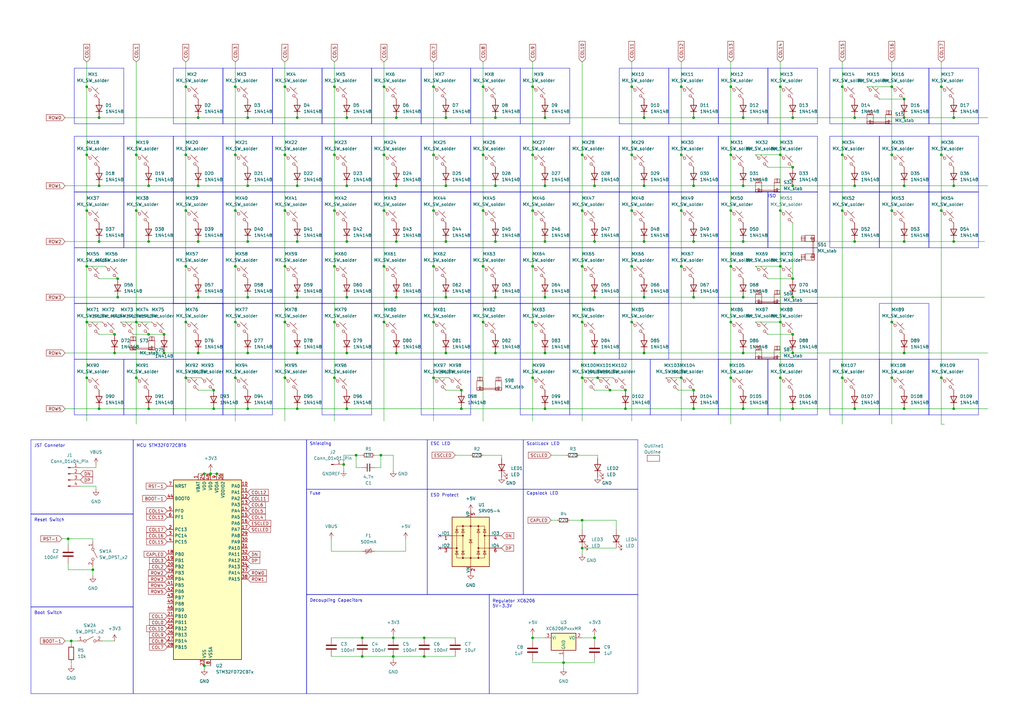
<source format=kicad_sch>
(kicad_sch (version 20250114) (generator "eeschema") (generator_version "9.0")
  (paper "A3")
  (title_block (title "900Than9") (company "KKDLabs"))
  (rectangle (start 360.68 147.32) (end 381 170.18))
  (rectangle (start 30.48 78.74) (end 50.8 101.6))
  (rectangle (start 71.12 101.6) (end 91.44 124.46))
  (rectangle (start 213.36 124.46) (end 233.68 147.32))
  (rectangle (start 71.12 78.74) (end 91.44 101.6))
  (rectangle (start 294.64 78.74) (end 314.96 101.6))
  (rectangle (start 172.72 27.94) (end 193.04 50.8))
  (rectangle (start 233.68 101.6) (end 254 124.46))
  (rectangle (start 132.08 78.74) (end 152.4 101.6))
  (rectangle (start 200.66 243.84) (end 261.62 284.48))
  (rectangle (start 12.7 180.34) (end 54.61 210.82))
  (rectangle (start 294.64 27.94) (end 314.96 50.8))
  (rectangle (start 360.68 124.46) (end 381 147.32))
  (rectangle (start 132.08 27.94) (end 152.4 50.8))
  (rectangle (start 254 55.88) (end 274.32 78.74))
  (rectangle (start 294.64 124.46) (end 335.28 147.32))
  (rectangle (start 30.48 101.6) (end 71.12 124.46))
  (rectangle (start 213.36 55.88) (end 233.68 78.74))
  (rectangle (start 30.48 147.32) (end 50.8 170.18))
  (rectangle (start 233.68 78.74) (end 254 101.6))
  (rectangle (start 91.44 124.46) (end 111.76 147.32))
  (rectangle (start 274.32 101.6) (end 294.64 124.46))
  (rectangle (start 172.72 101.6) (end 193.04 124.46))
  (rectangle (start 254 27.94) (end 274.32 50.8))
  (rectangle (start 132.08 55.88) (end 152.4 78.74))
  (rectangle (start 71.12 147.32) (end 91.44 170.18))
  (rectangle (start 213.36 27.94) (end 233.68 50.8))
  (rectangle (start 381 55.88) (end 401.32 78.74))
  (rectangle (start 54.61 180.34) (end 125.73 284.48))
  (rectangle (start 111.76 101.6) (end 132.08 124.46))
  (rectangle (start 30.48 124.46) (end 91.44 147.32))
  (rectangle (start 340.36 27.94) (end 381 50.8))
  (rectangle (start 172.72 78.74) (end 193.04 101.6))
  (rectangle (start 172.72 55.88) (end 193.04 78.74))
  (rectangle (start 381 147.32) (end 401.32 170.18))
  (rectangle (start 175.26 180.34) (end 214.63 200.66))
  (rectangle (start 132.08 101.6) (end 152.4 124.46))
  (rectangle (start 132.08 147.32) (end 152.4 170.18))
  (rectangle (start 381 78.74) (end 401.32 101.6))
  (rectangle (start 274.32 55.88) (end 294.64 78.74))
  (rectangle (start 125.73 243.84) (end 200.66 284.48))
  (rectangle (start 254 124.46) (end 274.32 147.32))
  (rectangle (start 340.36 147.32) (end 360.68 170.18))
  (rectangle (start 152.4 55.88) (end 172.72 78.74))
  (rectangle (start 152.4 124.46) (end 172.72 147.32))
  (rectangle (start 274.32 27.94) (end 294.64 50.8))
  (rectangle (start 111.76 78.74) (end 132.08 101.6))
  (rectangle (start 314.96 27.94) (end 335.28 50.8))
  (rectangle (start 314.96 78.74) (end 335.28 101.6))
  (rectangle (start 91.44 147.32) (end 111.76 170.18))
  (rectangle (start 214.63 200.66) (end 261.62 243.84))
  (rectangle (start 172.72 124.46) (end 193.04 147.32))
  (rectangle (start 193.04 78.74) (end 213.36 101.6))
  (rectangle (start 125.73 180.34) (end 175.26 200.66))
  (rectangle (start 152.4 27.94) (end 172.72 50.8))
  (rectangle (start 111.76 27.94) (end 132.08 50.8))
  (rectangle (start 71.12 124.46) (end 91.44 147.32))
  (rectangle (start 213.36 101.6) (end 233.68 124.46))
  (rectangle (start 381 27.94) (end 401.32 50.8))
  (rectangle (start 193.04 124.46) (end 213.36 147.32))
  (rectangle (start 294.64 101.6) (end 335.28 124.46))
  (rectangle (start 152.4 78.74) (end 172.72 101.6))
  (rectangle (start 233.68 147.32) (end 266.7 170.18))
  (rectangle (start 254 101.6) (end 274.32 124.46))
  (rectangle (start 233.68 124.46) (end 254 147.32))
  (rectangle (start 91.44 55.88) (end 111.76 78.74))
  (rectangle (start 91.44 101.6) (end 111.76 124.46))
  (rectangle (start 12.7 248.92) (end 54.61 284.48))
  (rectangle (start 50.8 147.32) (end 71.12 170.18))
  (rectangle (start 266.7 147.32) (end 294.64 170.18))
  (rectangle (start 50.8 55.88) (end 71.12 78.74))
  (rectangle (start 360.68 78.74) (end 381 101.6))
  (rectangle (start 193.04 27.94) (end 213.36 50.8))
  (rectangle (start 71.12 55.88) (end 91.44 78.74))
  (rectangle (start 30.48 27.94) (end 50.8 50.8))
  (rectangle (start 254 78.74) (end 274.32 101.6))
  (rectangle (start 50.8 78.74) (end 71.12 101.6))
  (rectangle (start 314.96 147.32) (end 335.28 170.18))
  (rectangle (start 193.04 55.88) (end 213.36 78.74))
  (rectangle (start 175.26 200.66) (end 214.63 243.84))
  (rectangle (start 12.7 210.82) (end 54.61 248.92))
  (rectangle (start 214.63 180.34) (end 261.62 200.66))
  (rectangle (start 340.36 78.74) (end 360.68 101.6))
  (rectangle (start 172.72 147.32) (end 193.04 170.18))
  (rectangle (start 132.08 124.46) (end 152.4 147.32))
  (rectangle (start 193.04 101.6) (end 213.36 124.46))
  (rectangle (start 125.73 200.66) (end 175.26 243.84))
  (rectangle (start 233.68 55.88) (end 254 78.74))
  (rectangle (start 91.44 27.94) (end 111.76 50.8))
  (rectangle (start 294.64 147.32) (end 314.96 170.18))
  (rectangle (start 111.76 124.46) (end 132.08 147.32))
  (rectangle (start 294.64 55.88) (end 335.28 78.74))
  (rectangle (start 30.48 55.88) (end 50.8 78.74))
  (rectangle (start 213.36 147.32) (end 233.68 170.18))
  (rectangle (start 91.44 78.74) (end 111.76 101.6))
  (rectangle (start 213.36 78.74) (end 233.68 101.6))
  (rectangle (start 71.12 27.94) (end 91.44 50.8))
  (rectangle (start 340.36 55.88) (end 360.68 78.74))
  (rectangle (start 111.76 55.88) (end 132.08 78.74))
  (rectangle (start 360.68 55.88) (end 381 78.74))
  (rectangle (start 152.4 101.6) (end 172.72 124.46))
  (rectangle (start 274.32 78.74) (end 294.64 101.6))
  (text "Fuse" (at 127 203.2 0) (effects (font (size 1.27 1.27)) (justify left bottom)))
  (text "Reset Switch\n" (at 13.97 213.36 0) (effects (font (size 1.27 1.27)) (justify left)))
  (text "MCU STM32F072CBT6" (at 55.88 182.88 0) (effects (font (size 1.27 1.27)) (justify left)))
  (text "Regulator XC6206\n5V-3.3V\n" (at 201.93 247.65 0) (effects (font (size 1.27 1.27)) (justify left)))
  (text "Shielding\n" (at 127 182.88 0) (effects (font (size 1.27 1.27)) (justify left bottom)))
  (text "ScollLock LED" (at 215.9 182.88 0) (effects (font (size 1.27 1.27)) (justify left bottom)))
  (text "Capslock LED" (at 215.9 203.2 0) (effects (font (size 1.27 1.27)) (justify left bottom)))
  (text "ESD Protect" (at 176.53 203.2 0) (effects (font (size 1.27 1.27)) (justify left)))
  (text "ISO" (at 314.96 81.28 0) (effects (font (size 1.27 1.27)) (justify left bottom)))
  (text "Boot Switch\n" (at 13.97 251.46 0) (effects (font (size 1.27 1.27)) (justify left)))
  (text "ESC LED" (at 176.53 182.88 0) (effects (font (size 1.27 1.27)) (justify left bottom)))
  (text "Decoupling Capacitors\n" (at 127 246.38 0) (effects (font (size 1.27 1.27)) (justify left)))
  (text "JST Connetor" (at 13.97 182.88 0) (effects (font (size 1.27 1.27)) (justify left)))
  (junction (at 101.6 76.2))
  (junction (at 304.8 144.78))
  (junction (at 223.52 48.26))
  (junction (at 182.88 121.92))
  (junction (at 259.08 86.36))
  (junction (at 325.12 137.16))
  (junction (at 101.6 99.06))
  (junction (at 182.88 76.2))
  (junction (at 264.16 48.26))
  (junction (at 264.16 144.78))
  (junction (at 177.8 132.08))
  (junction (at 96.52 132.08))
  (junction (at 156.21 186.69))
  (junction (at 60.96 99.06))
  (junction (at 48.26 114.3))
  (junction (at 203.2 76.2))
  (junction (at 223.52 121.92))
  (junction (at 284.48 76.2))
  (junction (at 157.48 109.22))
  (junction (at 256.54 167.64))
  (junction (at 198.12 35.56))
  (junction (at 345.44 35.56))
  (junction (at 203.2 99.06))
  (junction (at 137.16 132.08))
  (junction (at 177.8 35.56))
  (junction (at 142.24 48.26))
  (junction (at 203.2 48.26))
  (junction (at 46.99 137.16))
  (junction (at 391.16 76.2))
  (junction (at 243.84 144.78))
  (junction (at 223.52 167.64))
  (junction (at 325.12 76.2))
  (junction (at 320.04 35.56))
  (junction (at 137.16 35.56))
  (junction (at 218.44 154.94))
  (junction (at 325.12 114.3))
  (junction (at 325.12 144.78))
  (junction (at 345.44 154.94))
  (junction (at 35.56 132.08))
  (junction (at 218.44 35.56))
  (junction (at 284.48 48.26))
  (junction (at 238.76 224.79))
  (junction (at 259.08 35.56))
  (junction (at 320.04 132.08))
  (junction (at 55.88 63.5))
  (junction (at 142.24 121.92))
  (junction (at 386.08 63.5))
  (junction (at 182.88 48.26))
  (junction (at 238.76 213.36))
  (junction (at 55.88 132.08))
  (junction (at 101.6 48.26))
  (junction (at 116.84 63.5))
  (junction (at 218.44 86.36))
  (junction (at 121.92 167.64))
  (junction (at 40.64 48.26))
  (junction (at 116.84 35.56))
  (junction (at 162.56 48.26))
  (junction (at 284.48 99.06))
  (junction (at 365.76 63.5))
  (junction (at 88.9 194.31))
  (junction (at 157.48 63.5))
  (junction (at 320.04 63.5))
  (junction (at 40.64 99.06))
  (junction (at 173.99 261.62))
  (junction (at 101.6 121.92))
  (junction (at 198.12 86.36))
  (junction (at 48.26 121.92))
  (junction (at 81.28 99.06))
  (junction (at 60.96 76.2))
  (junction (at 67.31 144.78))
  (junction (at 96.52 154.94))
  (junction (at 137.16 154.94))
  (junction (at 284.48 121.92))
  (junction (at 279.4 154.94))
  (junction (at 264.16 99.06))
  (junction (at 391.16 99.06))
  (junction (at 40.64 76.2))
  (junction (at 284.48 160.02))
  (junction (at 162.56 99.06))
  (junction (at 121.92 121.92))
  (junction (at 386.08 154.94))
  (junction (at 35.56 154.94))
  (junction (at 76.2 86.36))
  (junction (at 137.16 86.36))
  (junction (at 121.92 48.26))
  (junction (at 350.52 99.06))
  (junction (at 198.12 63.5))
  (junction (at 177.8 154.94))
  (junction (at 146.05 186.69))
  (junction (at 81.28 121.92))
  (junction (at 96.52 86.36))
  (junction (at 370.84 40.64))
  (junction (at 81.28 76.2))
  (junction (at 325.12 48.26))
  (junction (at 325.12 68.58))
  (junction (at 121.92 99.06))
  (junction (at 218.44 63.5))
  (junction (at 198.12 109.22))
  (junction (at 370.84 76.2))
  (junction (at 299.72 63.5))
  (junction (at 137.16 63.5))
  (junction (at 87.63 160.02))
  (junction (at 182.88 144.78))
  (junction (at 370.84 48.26))
  (junction (at 87.63 167.64))
  (junction (at 142.24 144.78))
  (junction (at 76.2 35.56))
  (junction (at 284.48 167.64))
  (junction (at 245.11 154.94))
  (junction (at 279.4 86.36))
  (junction (at 162.56 76.2))
  (junction (at 304.8 76.2))
  (junction (at 76.2 154.94))
  (junction (at 370.84 144.78))
  (junction (at 304.8 48.26))
  (junction (at 177.8 63.5))
  (junction (at 304.8 121.92))
  (junction (at 386.08 35.56))
  (junction (at 177.8 109.22))
  (junction (at 320.04 109.22))
  (junction (at 238.76 132.08))
  (junction (at 157.48 132.08))
  (junction (at 76.2 63.5))
  (junction (at 101.6 167.64))
  (junction (at 116.84 154.94))
  (junction (at 162.56 121.92))
  (junction (at 218.44 132.08))
  (junction (at 238.76 109.22))
  (junction (at 96.52 35.56))
  (junction (at 243.84 261.62))
  (junction (at 231.14 271.78))
  (junction (at 218.44 261.62))
  (junction (at 121.92 144.78))
  (junction (at 304.8 167.64))
  (junction (at 391.16 167.64))
  (junction (at 182.88 99.06))
  (junction (at 162.56 144.78))
  (junction (at 238.76 154.94))
  (junction (at 304.8 99.06))
  (junction (at 76.2 109.22))
  (junction (at 391.16 48.26))
  (junction (at 60.96 167.64))
  (junction (at 345.44 86.36))
  (junction (at 223.52 144.78))
  (junction (at 198.12 132.08))
  (junction (at 370.84 167.64))
  (junction (at 142.24 76.2))
  (junction (at 256.54 160.02))
  (junction (at 223.52 99.06))
  (junction (at 365.76 154.94))
  (junction (at 140.97 190.5))
  (junction (at 76.2 132.08))
  (junction (at 83.82 194.31))
  (junction (at 116.84 132.08))
  (junction (at 365.76 132.08))
  (junction (at 38.1 233.68))
  (junction (at 259.08 63.5))
  (junction (at 81.28 48.26))
  (junction (at 264.16 121.92))
  (junction (at 218.44 109.22))
  (junction (at 96.52 109.22))
  (junction (at 345.44 63.5))
  (junction (at 116.84 86.36))
  (junction (at 35.56 35.56))
  (junction (at 189.23 160.02))
  (junction (at 299.72 35.56))
  (junction (at 264.16 76.2))
  (junction (at 299.72 109.22))
  (junction (at 350.52 167.64))
  (junction (at 83.82 273.05))
  (junction (at 325.12 167.64))
  (junction (at 365.76 35.56))
  (junction (at 299.72 154.94))
  (junction (at 121.92 76.2))
  (junction (at 29.21 262.89))
  (junction (at 370.84 99.06))
  (junction (at 96.52 63.5))
  (junction (at 27.94 220.98))
  (junction (at 238.76 63.5))
  (junction (at 238.76 86.36))
  (junction (at 350.52 76.2))
  (junction (at 386.08 86.36))
  (junction (at 177.8 86.36))
  (junction (at 142.24 99.06))
  (junction (at 142.24 167.64))
  (junction (at 243.84 99.06))
  (junction (at 243.84 121.92))
  (junction (at 161.29 261.62))
  (junction (at 46.99 144.78))
  (junction (at 189.23 167.64))
  (junction (at 365.76 86.36))
  (junction (at 299.72 86.36))
  (junction (at 40.64 167.64))
  (junction (at 320.04 154.94))
  (junction (at 35.56 109.22))
  (junction (at 299.72 132.08))
  (junction (at 259.08 109.22))
  (junction (at 350.52 48.26))
  (junction (at 161.29 269.24))
  (junction (at 35.56 63.5))
  (junction (at 250.19 160.02))
  (junction (at 67.31 137.16))
  (junction (at 157.48 35.56))
  (junction (at 35.56 86.36))
  (junction (at 173.99 269.24))
  (junction (at 116.84 109.22))
  (junction (at 279.4 35.56))
  (junction (at 137.16 109.22))
  (junction (at 157.48 86.36))
  (junction (at 81.28 144.78))
  (junction (at 203.2 121.92))
  (junction (at 259.08 132.08))
  (junction (at 279.4 63.5))
  (junction (at 60.96 137.16))
  (junction (at 86.36 194.31))
  (junction (at 325.12 121.92))
  (junction (at 148.59 261.62))
  (junction (at 223.52 76.2))
  (junction (at 279.4 109.22))
  (junction (at 203.2 144.78))
  (junction (at 55.88 154.94))
  (junction (at 55.88 86.36))
  (junction (at 243.84 76.2))
  (junction (at 320.04 86.36))
  (junction (at 148.59 269.24))
  (junction (at 101.6 144.78))
  (no_connect (at 180.34 224.79))
  (no_connect (at 180.34 219.71))
  (no_connect (at 101.6 232.41))
  (wire (pts (xy 116.84 86.36) (xy 116.84 109.22)))
  (wire (pts (xy 96.52 63.5) (xy 96.52 86.36)))
  (wire (pts (xy 116.84 154.94) (xy 116.84 172.72)))
  (wire (pts (xy 284.48 121.92) (xy 304.8 121.92)))
  (wire (pts (xy 142.24 99.06) (xy 162.56 99.06)))
  (wire (pts (xy 121.92 167.64) (xy 142.24 167.64)))
  (wire (pts (xy 81.28 160.02) (xy 87.63 160.02)))
  (wire (pts (xy 391.16 48.26) (xy 405.13 48.26)))
  (wire (pts (xy 218.44 132.08) (xy 218.44 154.94)))
  (wire (pts (xy 161.29 186.69) (xy 156.21 186.69)))
  (wire (pts (xy 38.1 233.68) (xy 38.1 232.41)))
  (wire (pts (xy 370.84 76.2) (xy 391.16 76.2)))
  (wire (pts (xy 370.84 167.64) (xy 391.16 167.64)))
  (wire (pts (xy 27.94 233.68) (xy 38.1 233.68)))
  (wire (pts (xy 116.84 25.4) (xy 116.84 35.56)))
  (wire (pts (xy 223.52 48.26) (xy 264.16 48.26)))
  (wire (pts (xy 259.08 35.56) (xy 259.08 63.5)))
  (wire (pts (xy 226.06 186.69) (xy 232.41 186.69)))
  (wire (pts (xy 140.97 186.69) (xy 146.05 186.69)))
  (wire (pts (xy 223.52 99.06) (xy 243.84 99.06)))
  (wire (pts (xy 157.48 25.4) (xy 157.48 35.56)))
  (wire (pts (xy 365.76 25.4) (xy 365.76 35.56)))
  (wire (pts (xy 81.28 194.31) (xy 83.82 194.31)))
  (wire (pts (xy 35.56 35.56) (xy 35.56 63.5)))
  (wire (pts (xy 198.12 35.56) (xy 198.12 63.5)))
  (wire (pts (xy 226.06 213.36) (xy 228.6 213.36)))
  (wire (pts (xy 325.12 48.26) (xy 350.52 48.26)))
  (wire (pts (xy 29.21 262.89) (xy 29.21 264.16)))
  (wire (pts (xy 55.88 25.4) (xy 55.88 63.5)))
  (wire (pts (xy 29.21 271.78) (xy 29.21 273.05)))
  (wire (pts (xy 264.16 121.92) (xy 284.48 121.92)))
  (wire (pts (xy 238.76 213.36) (xy 238.76 217.17)))
  (wire (pts (xy 279.4 25.4) (xy 279.4 35.56)))
  (wire (pts (xy 81.28 76.2) (xy 101.6 76.2)))
  (wire (pts (xy 218.44 270.51) (xy 218.44 271.78)))
  (wire (pts (xy 173.99 261.62) (xy 186.69 261.62)))
  (wire (pts (xy 156.21 186.69) (xy 156.21 191.77)))
  (wire (pts (xy 140.97 190.5) (xy 140.97 186.69)))
  (wire (pts (xy 355.6 35.56) (xy 365.76 35.56)))
  (wire (pts (xy 259.08 109.22) (xy 259.08 132.08)))
  (wire (pts (xy 26.67 121.92) (xy 48.26 121.92)))
  (wire (pts (xy 137.16 154.94) (xy 137.16 172.72)))
  (wire (pts (xy 189.23 167.64) (xy 223.52 167.64)))
  (wire (pts (xy 86.36 193.04) (xy 86.36 194.31)))
  (wire (pts (xy 360.68 40.64) (xy 370.84 40.64)))
  (wire (pts (xy 198.12 132.08) (xy 198.12 172.72)))
  (wire (pts (xy 27.94 220.98) (xy 27.94 223.52)))
  (wire (pts (xy 256.54 167.64) (xy 284.48 167.64)))
  (wire (pts (xy 203.2 48.26) (xy 223.52 48.26)))
  (wire (pts (xy 137.16 109.22) (xy 137.16 132.08)))
  (wire (pts (xy 162.56 121.92) (xy 182.88 121.92)))
  (wire (pts (xy 137.16 132.08) (xy 137.16 154.94)))
  (wire (pts (xy 320.04 63.5) (xy 320.04 86.36)))
  (wire (pts (xy 35.56 109.22) (xy 35.56 132.08)))
  (wire (pts (xy 391.16 167.64) (xy 405.13 167.64)))
  (wire (pts (xy 203.2 99.06) (xy 223.52 99.06)))
  (wire (pts (xy 55.88 63.5) (xy 55.88 86.36)))
  (wire (pts (xy 279.4 109.22) (xy 279.4 154.94)))
  (wire (pts (xy 26.67 144.78) (xy 46.99 144.78)))
  (wire (pts (xy 101.6 76.2) (xy 121.92 76.2)))
  (wire (pts (xy 121.92 121.92) (xy 142.24 121.92)))
  (wire (pts (xy 26.67 48.26) (xy 40.64 48.26)))
  (wire (pts (xy 304.8 76.2) (xy 325.12 76.2)))
  (wire (pts (xy 320.04 132.08) (xy 320.04 154.94)))
  (wire (pts (xy 153.67 226.06) (xy 166.37 226.06)))
  (wire (pts (xy 49.53 132.08) (xy 55.88 132.08)))
  (wire (pts (xy 137.16 35.56) (xy 137.16 63.5)))
  (wire (pts (xy 48.26 121.92) (xy 81.28 121.92)))
  (wire (pts (xy 284.48 48.26) (xy 304.8 48.26)))
  (wire (pts (xy 83.82 194.31) (xy 86.36 194.31)))
  (wire (pts (xy 26.67 262.89) (xy 29.21 262.89)))
  (wire (pts (xy 238.76 154.94) (xy 245.11 154.94)))
  (wire (pts (xy 146.05 186.69) (xy 146.05 191.77)))
  (wire (pts (xy 54.61 137.16) (xy 60.96 137.16)))
  (wire (pts (xy 370.84 144.78) (xy 405.13 144.78)))
  (wire (pts (xy 231.14 271.78) (xy 243.84 271.78)))
  (wire (pts (xy 231.14 271.78) (xy 231.14 274.32)))
  (wire (pts (xy 27.94 231.14) (xy 27.94 233.68)))
  (wire (pts (xy 162.56 144.78) (xy 182.88 144.78)))
  (wire (pts (xy 218.44 35.56) (xy 218.44 63.5)))
  (wire (pts (xy 218.44 271.78) (xy 231.14 271.78)))
  (wire (pts (xy 245.11 154.94) (xy 251.46 154.94)))
  (wire (pts (xy 273.05 154.94) (xy 279.4 154.94)))
  (wire (pts (xy 309.88 63.5) (xy 320.04 63.5)))
  (wire (pts (xy 238.76 132.08) (xy 238.76 154.94)))
  (wire (pts (xy 186.69 186.69) (xy 193.04 186.69)))
  (wire (pts (xy 116.84 109.22) (xy 116.84 132.08)))
  (wire (pts (xy 345.44 154.94) (xy 345.44 173.99)))
  (wire (pts (xy 386.08 173.99) (xy 387.35 173.99)))
  (wire (pts (xy 304.8 144.78) (xy 325.12 144.78)))
  (wire (pts (xy 182.88 160.02) (xy 189.23 160.02)))
  (wire (pts (xy 76.2 154.94) (xy 76.2 172.72)))
  (wire (pts (xy 259.08 132.08) (xy 259.08 172.72)))
  (wire (pts (xy 156.21 186.69) (xy 153.67 186.69)))
  (wire (pts (xy 304.8 167.64) (xy 325.12 167.64)))
  (wire (pts (xy 325.12 121.92) (xy 403.86 121.92)))
  (wire (pts (xy 198.12 86.36) (xy 198.12 109.22)))
  (wire (pts (xy 40.64 137.16) (xy 46.99 137.16)))
  (wire (pts (xy 203.2 144.78) (xy 223.52 144.78)))
  (wire (pts (xy 243.84 99.06) (xy 264.16 99.06)))
  (wire (pts (xy 142.24 76.2) (xy 162.56 76.2)))
  (wire (pts (xy 38.1 233.68) (xy 38.1 236.22)))
  (wire (pts (xy 370.84 48.26) (xy 391.16 48.26)))
  (wire (pts (xy 259.08 25.4) (xy 259.08 35.56)))
  (wire (pts (xy 284.48 167.64) (xy 304.8 167.64)))
  (wire (pts (xy 135.89 261.62) (xy 148.59 261.62)))
  (wire (pts (xy 314.96 114.3) (xy 325.12 114.3)))
  (wire (pts (xy 60.96 167.64) (xy 87.63 167.64)))
  (wire (pts (xy 218.44 25.4) (xy 218.44 35.56)))
  (wire (pts (xy 218.44 63.5) (xy 218.44 86.36)))
  (wire (pts (xy 135.89 220.98) (xy 135.89 226.06)))
  (wire (pts (xy 96.52 109.22) (xy 96.52 132.08)))
  (wire (pts (xy 35.56 63.5) (xy 35.56 86.36)))
  (wire (pts (xy 238.76 227.33) (xy 238.76 224.79)))
  (wire (pts (xy 26.67 167.64) (xy 40.64 167.64)))
  (wire (pts (xy 243.84 76.2) (xy 264.16 76.2)))
  (wire (pts (xy 81.28 48.26) (xy 101.6 48.26)))
  (wire (pts (xy 35.56 25.4) (xy 35.56 35.56)))
  (wire (pts (xy 237.49 186.69) (xy 245.11 186.69)))
  (wire (pts (xy 243.84 144.78) (xy 264.16 144.78)))
  (wire (pts (xy 83.82 273.05) (xy 83.82 274.32)))
  (wire (pts (xy 101.6 121.92) (xy 121.92 121.92)))
  (wire (pts (xy 177.8 35.56) (xy 177.8 63.5)))
  (wire (pts (xy 86.36 194.31) (xy 88.9 194.31)))
  (wire (pts (xy 67.31 144.78) (xy 81.28 144.78)))
  (wire (pts (xy 314.96 137.16) (xy 325.12 137.16)))
  (wire (pts (xy 259.08 63.5) (xy 259.08 86.36)))
  (wire (pts (xy 40.64 76.2) (xy 60.96 76.2)))
  (wire (pts (xy 35.56 154.94) (xy 35.56 172.72)))
  (wire (pts (xy 55.88 154.94) (xy 55.88 173.99)))
  (wire (pts (xy 81.28 144.78) (xy 101.6 144.78)))
  (wire (pts (xy 391.16 99.06) (xy 403.86 99.06)))
  (wire (pts (xy 299.72 35.56) (xy 299.72 63.5)))
  (wire (pts (xy 325.12 144.78) (xy 370.84 144.78)))
  (wire (pts (xy 140.97 193.04) (xy 140.97 190.5)))
  (wire (pts (xy 146.05 186.69) (xy 148.59 186.69)))
  (wire (pts (xy 284.48 99.06) (xy 304.8 99.06)))
  (wire (pts (xy 121.92 99.06) (xy 142.24 99.06)))
  (wire (pts (xy 264.16 48.26) (xy 284.48 48.26)))
  (wire (pts (xy 182.88 144.78) (xy 203.2 144.78)))
  (wire (pts (xy 243.84 260.35) (xy 243.84 261.62)))
  (wire (pts (xy 116.84 63.5) (xy 116.84 86.36)))
  (wire (pts (xy 345.44 35.56) (xy 345.44 63.5)))
  (wire (pts (xy 203.2 76.2) (xy 223.52 76.2)))
  (wire (pts (xy 26.67 76.2) (xy 40.64 76.2)))
  (wire (pts (xy 35.56 86.36) (xy 35.56 109.22)))
  (wire (pts (xy 309.88 132.08) (xy 320.04 132.08)))
  (wire (pts (xy 284.48 76.2) (xy 304.8 76.2)))
  (wire (pts (xy 177.8 154.94) (xy 177.8 172.72)))
  (wire (pts (xy 370.84 99.06) (xy 391.16 99.06)))
  (wire (pts (xy 223.52 261.62) (xy 218.44 261.62)))
  (wire (pts (xy 157.48 109.22) (xy 157.48 132.08)))
  (wire (pts (xy 76.2 86.36) (xy 76.2 109.22)))
  (wire (pts (xy 177.8 154.94) (xy 184.15 154.94)))
  (wire (pts (xy 55.88 86.36) (xy 55.88 132.08)))
  (wire (pts (xy 238.76 154.94) (xy 238.76 172.72)))
  (wire (pts (xy 320.04 25.4) (xy 320.04 35.56)))
  (wire (pts (xy 96.52 132.08) (xy 96.52 154.94)))
  (wire (pts (xy 101.6 99.06) (xy 121.92 99.06)))
  (wire (pts (xy 182.88 76.2) (xy 203.2 76.2)))
  (wire (pts (xy 116.84 132.08) (xy 116.84 154.94)))
  (wire (pts (xy 198.12 109.22) (xy 198.12 132.08)))
  (wire (pts (xy 243.84 261.62) (xy 243.84 262.89)))
  (wire (pts (xy 101.6 48.26) (xy 121.92 48.26)))
  (wire (pts (xy 182.88 48.26) (xy 203.2 48.26)))
  (wire (pts (xy 148.59 261.62) (xy 161.29 261.62)))
  (wire (pts (xy 76.2 25.4) (xy 76.2 35.56)))
  (wire (pts (xy 146.05 191.77) (xy 148.59 191.77)))
  (wire (pts (xy 137.16 63.5) (xy 137.16 86.36)))
  (wire (pts (xy 142.24 48.26) (xy 162.56 48.26)))
  (wire (pts (xy 137.16 25.4) (xy 137.16 35.56)))
  (wire (pts (xy 245.11 186.69) (xy 245.11 187.96)))
  (wire (pts (xy 365.76 132.08) (xy 365.76 154.94)))
  (wire (pts (xy 40.64 99.06) (xy 60.96 99.06)))
  (wire (pts (xy 238.76 25.4) (xy 238.76 63.5)))
  (wire (pts (xy 40.64 114.3) (xy 48.26 114.3)))
  (wire (pts (xy 243.84 121.92) (xy 264.16 121.92)))
  (wire (pts (xy 350.52 76.2) (xy 370.84 76.2)))
  (wire (pts (xy 177.8 25.4) (xy 177.8 35.56)))
  (wire (pts (xy 279.4 63.5) (xy 279.4 86.36)))
  (wire (pts (xy 182.88 121.92) (xy 203.2 121.92)))
  (wire (pts (xy 33.02 191.77) (xy 39.37 191.77)))
  (wire (pts (xy 46.99 144.78) (xy 67.31 144.78)))
  (wire (pts (xy 250.19 160.02) (xy 256.54 160.02)))
  (wire (pts (xy 121.92 48.26) (xy 142.24 48.26)))
  (wire (pts (xy 243.84 160.02) (xy 250.19 160.02)))
  (wire (pts (xy 345.44 86.36) (xy 345.44 154.94)))
  (wire (pts (xy 325.12 167.64) (xy 350.52 167.64)))
  (wire (pts (xy 264.16 76.2) (xy 284.48 76.2)))
  (wire (pts (xy 81.28 99.06) (xy 101.6 99.06)))
  (wire (pts (xy 223.52 76.2) (xy 243.84 76.2)))
  (wire (pts (xy 238.76 213.36) (xy 252.73 213.36)))
  (wire (pts (xy 83.82 273.05) (xy 86.36 273.05)))
  (wire (pts (xy 35.56 109.22) (xy 43.18 109.22)))
  (wire (pts (xy 173.99 269.24) (xy 186.69 269.24)))
  (wire (pts (xy 386.08 25.4) (xy 386.08 35.56)))
  (wire (pts (xy 29.21 262.89) (xy 31.75 262.89)))
  (wire (pts (xy 365.76 154.94) (xy 365.76 173.99)))
  (wire (pts (xy 38.1 220.98) (xy 38.1 222.25)))
  (wire (pts (xy 137.16 86.36) (xy 137.16 109.22)))
  (wire (pts (xy 325.12 91.44) (xy 325.12 114.3)))
  (wire (pts (xy 278.13 160.02) (xy 284.48 160.02)))
  (wire (pts (xy 76.2 35.56) (xy 76.2 63.5)))
  (wire (pts (xy 391.16 76.2) (xy 405.13 76.2)))
  (wire (pts (xy 238.76 86.36) (xy 238.76 109.22)))
  (wire (pts (xy 309.88 109.22) (xy 320.04 109.22)))
  (wire (pts (xy 25.4 220.98) (xy 27.94 220.98)))
  (wire (pts (xy 264.16 99.06) (xy 284.48 99.06)))
  (wire (pts (xy 116.84 35.56) (xy 116.84 63.5)))
  (wire (pts (xy 26.67 99.06) (xy 40.64 99.06)))
  (wire (pts (xy 350.52 48.26) (xy 370.84 48.26)))
  (wire (pts (xy 135.89 269.24) (xy 148.59 269.24)))
  (wire (pts (xy 157.48 86.36) (xy 157.48 109.22)))
  (wire (pts (xy 135.89 226.06) (xy 148.59 226.06)))
  (wire (pts (xy 33.02 199.39) (xy 39.37 199.39)))
  (wire (pts (xy 304.8 121.92) (xy 325.12 121.92)))
  (wire (pts (xy 161.29 269.24) (xy 173.99 269.24)))
  (wire (pts (xy 386.08 154.94) (xy 386.08 173.99)))
  (wire (pts (xy 304.8 99.06) (xy 350.52 99.06)))
  (wire (pts (xy 76.2 132.08) (xy 76.2 154.94)))
  (wire (pts (xy 157.48 132.08) (xy 157.48 172.72)))
  (wire (pts (xy 39.37 199.39) (xy 39.37 200.66)))
  (wire (pts (xy 320.04 35.56) (xy 320.04 63.5)))
  (wire (pts (xy 55.88 132.08) (xy 55.88 154.94)))
  (wire (pts (xy 350.52 99.06) (xy 370.84 99.06)))
  (wire (pts (xy 81.28 121.92) (xy 101.6 121.92)))
  (wire (pts (xy 101.6 144.78) (xy 121.92 144.78)))
  (wire (pts (xy 27.94 220.98) (xy 38.1 220.98)))
  (wire (pts (xy 60.96 76.2) (xy 81.28 76.2)))
  (wire (pts (xy 121.92 76.2) (xy 142.24 76.2)))
  (wire (pts (xy 365.76 35.56) (xy 365.76 63.5)))
  (wire (pts (xy 386.08 63.5) (xy 386.08 86.36)))
  (wire (pts (xy 35.56 132.08) (xy 41.91 132.08)))
  (wire (pts (xy 198.12 25.4) (xy 198.12 35.56)))
  (wire (pts (xy 35.56 132.08) (xy 35.56 154.94)))
  (wire (pts (xy 223.52 121.92) (xy 243.84 121.92)))
  (wire (pts (xy 299.72 109.22) (xy 299.72 132.08)))
  (wire (pts (xy 223.52 167.64) (xy 256.54 167.64)))
  (wire (pts (xy 177.8 63.5) (xy 177.8 86.36)))
  (wire (pts (xy 88.9 194.31) (xy 91.44 194.31)))
  (wire (pts (xy 314.96 68.58) (xy 325.12 68.58)))
  (wire (pts (xy 299.72 63.5) (xy 299.72 86.36)))
  (wire (pts (xy 238.76 261.62) (xy 243.84 261.62)))
  (wire (pts (xy 121.92 144.78) (xy 142.24 144.78)))
  (wire (pts (xy 299.72 132.08) (xy 299.72 154.94)))
  (wire (pts (xy 350.52 167.64) (xy 370.84 167.64)))
  (wire (pts (xy 264.16 144.78) (xy 304.8 144.78)))
  (wire (pts (xy 96.52 154.94) (xy 96.52 172.72)))
  (wire (pts (xy 161.29 260.35) (xy 161.29 261.62)))
  (wire (pts (xy 162.56 48.26) (xy 182.88 48.26)))
  (wire (pts (xy 101.6 167.64) (xy 121.92 167.64)))
  (wire (pts (xy 76.2 154.94) (xy 82.55 154.94)))
  (wire (pts (xy 156.21 191.77) (xy 153.67 191.77)))
  (wire (pts (xy 96.52 25.4) (xy 96.52 35.56)))
  (wire (pts (xy 238.76 63.5) (xy 238.76 86.36)))
  (wire (pts (xy 386.08 35.56) (xy 386.08 63.5)))
  (wire (pts (xy 365.76 86.36) (xy 365.76 132.08)))
  (wire (pts (xy 161.29 269.24) (xy 161.29 270.51)))
  (wire (pts (xy 87.63 167.64) (xy 101.6 167.64)))
  (wire (pts (xy 166.37 220.98) (xy 166.37 226.06)))
  (wire (pts (xy 177.8 86.36) (xy 177.8 109.22)))
  (wire (pts (xy 198.12 63.5) (xy 198.12 86.36)))
  (wire (pts (xy 259.08 86.36) (xy 259.08 109.22)))
  (wire (pts (xy 161.29 193.04) (xy 161.29 186.69)))
  (wire (pts (xy 345.44 63.5) (xy 345.44 86.36)))
  (wire (pts (xy 238.76 109.22) (xy 238.76 132.08)))
  (wire (pts (xy 177.8 132.08) (xy 177.8 154.94)))
  (wire (pts (xy 60.96 99.06) (xy 81.28 99.06)))
  (wire (pts (xy 96.52 35.56) (xy 96.52 63.5)))
  (wire (pts (xy 60.96 137.16) (xy 67.31 137.16)))
  (wire (pts (xy 365.76 63.5) (xy 365.76 86.36)))
  (wire (pts (xy 320.04 109.22) (xy 320.04 132.08)))
  (wire (pts (xy 205.74 186.69) (xy 205.74 187.96)))
  (wire (pts (xy 162.56 76.2) (xy 182.88 76.2)))
  (wire (pts (xy 325.12 76.2) (xy 350.52 76.2)))
  (wire (pts (xy 299.72 86.36) (xy 299.72 109.22)))
  (wire (pts (xy 40.64 167.64) (xy 60.96 167.64)))
  (wire (pts (xy 142.24 121.92) (xy 162.56 121.92)))
  (wire (pts (xy 96.52 86.36) (xy 96.52 109.22)))
  (wire (pts (xy 299.72 25.4) (xy 299.72 35.56)))
  (wire (pts (xy 279.4 86.36) (xy 279.4 109.22)))
  (wire (pts (xy 279.4 35.56) (xy 279.4 63.5)))
  (wire (pts (xy 386.08 86.36) (xy 386.08 154.94)))
  (wire (pts (xy 41.91 262.89) (xy 46.99 262.89)))
  (wire (pts (xy 243.84 270.51) (xy 243.84 271.78)))
  (wire (pts (xy 320.04 154.94) (xy 320.04 172.72)))
  (wire (pts (xy 218.44 109.22) (xy 218.44 132.08)))
  (wire (pts (xy 177.8 109.22) (xy 177.8 132.08)))
  (wire (pts (xy 252.73 217.17) (xy 252.73 213.36)))
  (wire (pts (xy 76.2 63.5) (xy 76.2 86.36)))
  (wire (pts (xy 142.24 167.64) (xy 189.23 167.64)))
  (wire (pts (xy 40.64 48.26) (xy 81.28 48.26)))
  (wire (pts (xy 218.44 154.94) (xy 218.44 172.72)))
  (wire (pts (xy 231.14 269.24) (xy 231.14 271.78)))
  (wire (pts (xy 345.44 25.4) (xy 345.44 35.56)))
  (wire (pts (xy 299.72 154.94) (xy 299.72 173.99)))
  (wire (pts (xy 157.48 63.5) (xy 157.48 86.36)))
  (wire (pts (xy 148.59 269.24) (xy 161.29 269.24)))
  (wire (pts (xy 55.88 132.08) (xy 62.23 132.08)))
  (wire (pts (xy 182.88 99.06) (xy 203.2 99.06)))
  (wire (pts (xy 304.8 48.26) (xy 325.12 48.26)))
  (wire (pts (xy 279.4 154.94) (xy 279.4 172.72)))
  (wire (pts (xy 238.76 224.79) (xy 252.73 224.79)))
  (wire (pts (xy 320.04 86.36) (xy 320.04 109.22)))
  (wire (pts (xy 39.37 190.5) (xy 39.37 191.77)))
  (wire (pts (xy 223.52 144.78) (xy 243.84 144.78)))
  (wire (pts (xy 198.12 186.69) (xy 205.74 186.69)))
  (wire (pts (xy 142.24 144.78) (xy 162.56 144.78)))
  (wire (pts (xy 157.48 35.56) (xy 157.48 63.5)))
  (wire (pts (xy 162.56 99.06) (xy 182.88 99.06)))
  (wire (pts (xy 218.44 260.35) (xy 218.44 261.62)))
  (wire (pts (xy 203.2 121.92) (xy 223.52 121.92)))
  (wire (pts (xy 76.2 109.22) (xy 76.2 132.08)))
  (wire (pts (xy 233.68 213.36) (xy 238.76 213.36)))
  (wire (pts (xy 218.44 86.36) (xy 218.44 109.22)))
  (wire (pts (xy 218.44 261.62) (xy 218.44 262.89)))
  (wire (pts (xy 161.29 261.62) (xy 173.99 261.62)))
  (global_label "ROW4" (shape input) (at 68.58 240.03 180) (property "Intersheetrefs" "${INTERSHEET_REFS}" (effects (hide yes))))
  (global_label "ROW4" (shape input) (at 26.67 144.78 180) (property "Intersheetrefs" "${INTERSHEET_REFS}" (effects (hide yes))))
  (global_label "COL10" (shape input) (at 238.76 25.4 90) (property "Intersheetrefs" "${INTERSHEET_REFS}" (effects (hide yes))))
  (global_label "ROW3" (shape input) (at 68.58 237.49 180) (property "Intersheetrefs" "${INTERSHEET_REFS}" (effects (hide yes))))
  (global_label "ROW0" (shape input) (at 101.6 234.95 0) (property "Intersheetrefs" "${INTERSHEET_REFS}" (effects (hide yes))))
  (global_label "COL11" (shape input) (at 101.6 204.47 0) (property "Intersheetrefs" "${INTERSHEET_REFS}" (effects (hide yes))))
  (global_label "COL0" (shape input) (at 35.56 25.4 90) (property "Intersheetrefs" "${INTERSHEET_REFS}" (effects (hide yes))))
  (global_label "COL13" (shape input) (at 68.58 212.09 180) (property "Intersheetrefs" "${INTERSHEET_REFS}" (effects (hide yes))))
  (global_label "COL15" (shape input) (at 68.58 222.25 180) (property "Intersheetrefs" "${INTERSHEET_REFS}" (effects (hide yes))))
  (global_label "DP" (shape input) (at 33.02 196.85 0) (property "Intersheetrefs" "${INTERSHEET_REFS}" (effects (hide yes))))
  (global_label "SCLLED" (shape input) (at 226.06 186.69 180) (property "Intersheetrefs" "${INTERSHEET_REFS}" (effects (hide yes))))
  (global_label "BOOT-1" (shape input) (at 68.58 204.47 180) (property "Intersheetrefs" "${INTERSHEET_REFS}" (effects (hide yes))))
  (global_label "ESCLED" (shape input) (at 101.6 214.63 0) (property "Intersheetrefs" "${INTERSHEET_REFS}" (effects (hide yes))))
  (global_label "COL9" (shape input) (at 68.58 260.35 180) (property "Intersheetrefs" "${INTERSHEET_REFS}" (effects (hide yes))))
  (global_label "DP" (shape input) (at 205.74 224.79 0) (property "Intersheetrefs" "${INTERSHEET_REFS}" (effects (hide yes))))
  (global_label "COL10" (shape input) (at 68.58 257.81 180) (property "Intersheetrefs" "${INTERSHEET_REFS}" (effects (hide yes))))
  (global_label "DN" (shape input) (at 33.02 194.31 0) (property "Intersheetrefs" "${INTERSHEET_REFS}" (effects (hide yes))))
  (global_label "ESCLED" (shape input) (at 186.69 186.69 180) (property "Intersheetrefs" "${INTERSHEET_REFS}" (effects (hide yes))))
  (global_label "COL12" (shape input) (at 279.4 25.4 90) (property "Intersheetrefs" "${INTERSHEET_REFS}" (effects (hide yes))))
  (global_label "ROW2" (shape input) (at 26.67 99.06 180) (property "Intersheetrefs" "${INTERSHEET_REFS}" (effects (hide yes))))
  (global_label "ROW2" (shape input) (at 68.58 234.95 180) (property "Intersheetrefs" "${INTERSHEET_REFS}" (effects (hide yes))))
  (global_label "COL6" (shape input) (at 157.48 25.4 90) (property "Intersheetrefs" "${INTERSHEET_REFS}" (effects (hide yes))))
  (global_label "CAPLED" (shape input) (at 68.58 227.33 180) (property "Intersheetrefs" "${INTERSHEET_REFS}" (effects (hide yes))))
  (global_label "BOOT-1" (shape input) (at 26.67 262.89 180) (property "Intersheetrefs" "${INTERSHEET_REFS}" (effects (hide yes))))
  (global_label "COL5" (shape input) (at 137.16 25.4 90) (property "Intersheetrefs" "${INTERSHEET_REFS}" (effects (hide yes))))
  (global_label "COL7" (shape input) (at 177.8 25.4 90) (property "Intersheetrefs" "${INTERSHEET_REFS}" (effects (hide yes))))
  (global_label "COL7" (shape input) (at 68.58 265.43 180) (property "Intersheetrefs" "${INTERSHEET_REFS}" (effects (hide yes))))
  (global_label "ROW0" (shape input) (at 26.67 48.26 180) (property "Intersheetrefs" "${INTERSHEET_REFS}" (effects (hide yes))))
  (global_label "COL8" (shape input) (at 68.58 262.89 180) (property "Intersheetrefs" "${INTERSHEET_REFS}" (effects (hide yes))))
  (global_label "ROW1" (shape input) (at 101.6 237.49 0) (property "Intersheetrefs" "${INTERSHEET_REFS}" (effects (hide yes))))
  (global_label "COL17" (shape input) (at 386.08 25.4 90) (property "Intersheetrefs" "${INTERSHEET_REFS}" (effects (hide yes))))
  (global_label "RST-1" (shape input) (at 68.58 199.39 180) (property "Intersheetrefs" "${INTERSHEET_REFS}" (effects (hide yes))))
  (global_label "COL13" (shape input) (at 299.72 25.4 90) (property "Intersheetrefs" "${INTERSHEET_REFS}" (effects (hide yes))))
  (global_label "COL3" (shape input) (at 68.58 229.87 180) (property "Intersheetrefs" "${INTERSHEET_REFS}" (effects (hide yes))))
  (global_label "COL1" (shape input) (at 55.88 25.4 90) (property "Intersheetrefs" "${INTERSHEET_REFS}" (effects (hide yes))))
  (global_label "ROW5" (shape input) (at 26.67 167.64 180) (property "Intersheetrefs" "${INTERSHEET_REFS}" (effects (hide yes))))
  (global_label "COL4" (shape input) (at 101.6 212.09 0) (property "Intersheetrefs" "${INTERSHEET_REFS}" (effects (hide yes))))
  (global_label "DN" (shape input) (at 205.74 219.71 0) (property "Intersheetrefs" "${INTERSHEET_REFS}" (effects (hide yes))))
  (global_label "DN" (shape input) (at 101.6 227.33 0) (property "Intersheetrefs" "${INTERSHEET_REFS}" (effects (hide yes))))
  (global_label "COL12" (shape input) (at 101.6 201.93 0) (property "Intersheetrefs" "${INTERSHEET_REFS}" (effects (hide yes))))
  (global_label "SCLLED" (shape input) (at 101.6 217.17 0) (property "Intersheetrefs" "${INTERSHEET_REFS}" (effects (hide yes))))
  (global_label "COL3" (shape input) (at 96.52 25.4 90) (property "Intersheetrefs" "${INTERSHEET_REFS}" (effects (hide yes))))
  (global_label "COL2" (shape input) (at 68.58 232.41 180) (property "Intersheetrefs" "${INTERSHEET_REFS}" (effects (hide yes))))
  (global_label "COL1" (shape input) (at 68.58 252.73 180) (property "Intersheetrefs" "${INTERSHEET_REFS}" (effects (hide yes))))
  (global_label "CAPLED" (shape input) (at 226.06 213.36 180) (property "Intersheetrefs" "${INTERSHEET_REFS}" (effects (hide yes))))
  (global_label "ROW5" (shape input) (at 68.58 242.57 180) (property "Intersheetrefs" "${INTERSHEET_REFS}" (effects (hide yes))))
  (global_label "ROW3" (shape input) (at 26.67 121.92 180) (property "Intersheetrefs" "${INTERSHEET_REFS}" (effects (hide yes))))
  (global_label "COL16" (shape input) (at 68.58 219.71 180) (property "Intersheetrefs" "${INTERSHEET_REFS}" (effects (hide yes))))
  (global_label "COL16" (shape input) (at 365.76 25.4 90) (property "Intersheetrefs" "${INTERSHEET_REFS}" (effects (hide yes))))
  (global_label "COL2" (shape input) (at 76.2 25.4 90) (property "Intersheetrefs" "${INTERSHEET_REFS}" (effects (hide yes))))
  (global_label "COL14" (shape input) (at 320.04 25.4 90) (property "Intersheetrefs" "${INTERSHEET_REFS}" (effects (hide yes))))
  (global_label "DP" (shape input) (at 101.6 229.87 0) (property "Intersheetrefs" "${INTERSHEET_REFS}" (effects (hide yes))))
  (global_label "COL5" (shape input) (at 101.6 209.55 0) (property "Intersheetrefs" "${INTERSHEET_REFS}" (effects (hide yes))))
  (global_label "COL11" (shape input) (at 259.08 25.4 90) (property "Intersheetrefs" "${INTERSHEET_REFS}" (effects (hide yes))))
  (global_label "COL8" (shape input) (at 198.12 25.4 90) (property "Intersheetrefs" "${INTERSHEET_REFS}" (effects (hide yes))))
  (global_label "ROW1" (shape input) (at 26.67 76.2 180) (property "Intersheetrefs" "${INTERSHEET_REFS}" (effects (hide yes))))
  (global_label "COL14" (shape input) (at 68.58 209.55 180) (property "Intersheetrefs" "${INTERSHEET_REFS}" (effects (hide yes))))
  (global_label "COL17" (shape input) (at 68.58 217.17 180) (property "Intersheetrefs" "${INTERSHEET_REFS}" (effects (hide yes))))
  (global_label "COL9" (shape input) (at 218.44 25.4 90) (property "Intersheetrefs" "${INTERSHEET_REFS}" (effects (hide yes))))
  (global_label "COL6" (shape input) (at 101.6 207.01 0) (property "Intersheetrefs" "${INTERSHEET_REFS}" (effects (hide yes))))
  (global_label "COL15" (shape input) (at 345.44 25.4 90) (property "Intersheetrefs" "${INTERSHEET_REFS}" (effects (hide yes))))
  (global_label "COL0" (shape input) (at 68.58 255.27 180) (property "Intersheetrefs" "${INTERSHEET_REFS}" (effects (hide yes))))
  (global_label "COL4" (shape input) (at 116.84 25.4 90) (property "Intersheetrefs" "${INTERSHEET_REFS}" (effects (hide yes))))
  (global_label "RST-1" (shape input) (at 25.4 220.98 180) (property "Intersheetrefs" "${INTERSHEET_REFS}" (effects (hide yes))))
  (symbol (lib_id "PCM_marbastlib-mx:MX_SW_solder") (at 302.26 88.9 0) (unit 1)
    (property "Reference" "MX50" (at 302.26 81.28 0))
    (property "Value" "MX_SW_solder" (at 302.26 83.82 0))
    (property "Footprint" "My-Fi Footprints:SW_MX_1.5u" (effects (hide yes)))
    (property "Description" "Push button switch, normally open, two pins, 45° tilted" (effects (hide yes)))
  )
  (symbol (lib_id "Device:D") (at 264.16 140.97 90) (unit 1)
    (property "Reference" "D85" (at 266.7 139.6999 90) (effects (justify right)))
    (property "Value" "1N4148" (at 266.7 142.2399 90) (effects (justify right)))
    (property "Footprint" "Diode_SMD:D_SOD-323_HandSoldering" (effects (hide yes)))
    (property "Description" "Diode" (effects (hide yes)))
    (property "Sim.Device" "D" (effects (hide yes)))
    (property "Sim.Pins" "1=K 2=A" (effects (hide yes)))
  )
  (symbol (lib_id "PCM_marbastlib-mx:MX_SW_solder") (at 52.07 134.62 0) (unit 1)
    (property "Reference" "MX73" (at 52.07 127 0))
    (property "Value" "MX_SW_solder" (at 52.07 129.54 0))
    (property "Footprint" "My-Fi Footprints:SW_MX_1u" (effects (hide yes)))
    (property "Description" "Push button switch, normally open, two pins, 45° tilted" (effects (hide yes)))
  )
  (symbol (lib_id "Device:LED") (at 238.76 220.98 90) (unit 1)
    (property "Reference" "LED3" (at 242.57 221.2974 90) (effects (justify right)))
    (property "Value" "LED" (at 242.57 223.8374 90) (effects (justify right)))
    (property "Footprint" "My-Fi Footprints:CAPS_LED_MX_3mm" (effects (hide yes)))
    (property "Description" "Light emitting diode" (effects (hide yes)))
    (property "Sim.Pins" "1=K 2=A" (effects (hide yes)))
  )
  (symbol (lib_id "Device:D") (at 264.16 72.39 90) (unit 1)
    (property "Reference" "D29" (at 266.7 71.1199 90) (effects (justify right)))
    (property "Value" "1N4148" (at 266.7 73.6599 90) (effects (justify right)))
    (property "Footprint" "Diode_SMD:D_SOD-323_HandSoldering" (effects (hide yes)))
    (property "Description" "Diode" (effects (hide yes)))
    (property "Sim.Device" "D" (effects (hide yes)))
    (property "Sim.Pins" "1=K 2=A" (effects (hide yes)))
  )
  (symbol (lib_id "Device:C") (at 135.89 265.43 0) (unit 1)
    (property "Reference" "C3" (at 139.7 264.1599 0) (effects (justify left)))
    (property "Value" "100nF" (at 139.7 266.6999 0) (effects (justify left)))
    (property "Footprint" "Capacitor_SMD:C_0402_1005Metric" (effects (hide yes)))
    (property "Description" "Unpolarized capacitor" (effects (hide yes)))
  )
  (symbol (lib_id "My-Fi Symbols:Outline") (at 267.97 185.42 0) (unit 1) (in_bom no)
    (property "Reference" "Outline1" (at 264.16 182.88 0) (effects (justify left)))
    (property "Value" "Outline" (at 264.16 185.42 0) (effects (justify left)))
    (property "Footprint" "My-Fi Footprints:Outline-A87_jst" (effects (hide yes)))
  )
  (symbol (lib_id "power:GND") (at 245.11 195.58 0) (unit 1)
    (property "Reference" "#PWR037" (effects (hide yes)))
    (property "Value" "GND" (at 248.92 198.12 0))
  )
  (symbol (lib_id "Device:R_Small") (at 195.58 186.69 90) (unit 1)
    (property "Reference" "R2" (at 195.58 184.15 90))
    (property "Value" "220" (at 195.58 186.69 90))
    (property "Footprint" "Resistor_SMD:R_0402_1005Metric" (effects (hide yes)))
  )
  (symbol (lib_id "PCM_marbastlib-mx:MX_SW_solder") (at 38.1 157.48 0) (unit 1)
    (property "Reference" "MX90" (at 38.1 149.86 0))
    (property "Value" "MX_SW_solder" (at 38.1 152.4 0))
    (property "Footprint" "My-Fi Footprints:SW_MX_1.5u" (effects (hide yes)))
    (property "Description" "Push button switch, normally open, two pins, 45° tilted" (effects (hide yes)))
  )
  (symbol (lib_id "Device:D") (at 101.6 95.25 90) (unit 1)
    (property "Reference" "D40" (at 104.14 93.9799 90) (effects (justify right)))
    (property "Value" "1N4148" (at 104.14 96.5199 90) (effects (justify right)))
    (property "Footprint" "Diode_SMD:D_SOD-323_HandSoldering" (effects (hide yes)))
    (property "Description" "Diode" (effects (hide yes)))
    (property "Sim.Device" "D" (effects (hide yes)))
    (property "Sim.Pins" "1=K 2=A" (effects (hide yes)))
  )
  (symbol (lib_id "MCU_ST_STM32F0:STM32F072CBTx") (at 83.82 234.95 0) (unit 1)
    (property "Reference" "U2" (at 88.5541 273.05 0) (effects (justify left)))
    (property "Value" "STM32F072CBTx" (at 88.5541 275.59 0) (effects (justify left)))
    (property "Footprint" "Package_QFP:LQFP-48_7x7mm_P0.5mm" (effects (hide yes)))
    (property "Datasheet" "https://www.st.com/resource/en/datasheet/stm32f072cb.pdf" (effects (hide yes)))
    (property "Description" "STMicroelectronics Arm Cortex-M0 MCU, 128KB flash, 16KB RAM, 48 MHz, 2.0-3.6V, 37 GPIO, LQFP48" (effects (hide yes)))
    (property "MPN" "C81720" (effects (hide yes)))
  )
  (symbol (lib_id "Device:D") (at 81.28 95.25 90) (unit 1)
    (property "Reference" "D39" (at 83.82 93.9799 90) (effects (justify right)))
    (property "Value" "1N4148" (at 83.82 96.5199 90) (effects (justify right)))
    (property "Footprint" "Diode_SMD:D_SOD-323_HandSoldering" (effects (hide yes)))
    (property "Description" "Diode" (effects (hide yes)))
    (property "Sim.Device" "D" (effects (hide yes)))
    (property "Sim.Pins" "1=K 2=A" (effects (hide yes)))
  )
  (symbol (lib_id "Device:D") (at 182.88 140.97 90) (unit 1)
    (property "Reference" "D81" (at 185.42 139.6999 90) (effects (justify right)))
    (property "Value" "1N4148" (at 185.42 142.2399 90) (effects (justify right)))
    (property "Footprint" "Diode_SMD:D_SOD-323_HandSoldering" (effects (hide yes)))
    (property "Description" "Diode" (effects (hide yes)))
    (property "Sim.Device" "D" (effects (hide yes)))
    (property "Sim.Pins" "1=K 2=A" (effects (hide yes)))
  )
  (symbol (lib_id "PCM_marbastlib-mx:MX_SW_solder") (at 200.66 88.9 0) (unit 1)
    (property "Reference" "MX45" (at 200.66 81.28 0))
    (property "Value" "MX_SW_solder" (at 200.66 83.82 0))
    (property "Footprint" "My-Fi Footprints:SW_MX_1u" (effects (hide yes)))
    (property "Description" "Push button switch, normally open, two pins, 45° tilted" (effects (hide yes)))
  )
  (symbol (lib_id "PCM_marbastlib-mx:MX_SW_solder") (at 220.98 38.1 0) (unit 1)
    (property "Reference" "MX9" (at 220.98 30.48 0))
    (property "Value" "MX_SW_solder" (at 220.98 33.02 0))
    (property "Footprint" "My-Fi Footprints:SW_MX_1u" (effects (hide yes)))
    (property "Description" "Push button switch, normally open, two pins, 45° tilted" (effects (hide yes)))
  )
  (symbol (lib_id "PCM_marbastlib-mx:MX_SW_solder") (at 322.58 66.04 0) (unit 1)
    (property "Reference" "MX33" (at 322.58 58.42 0))
    (property "Value" "MX_SW_solder" (at 322.58 60.96 0))
    (property "Footprint" "My-Fi Footprints:SW_MX_1u" (effects (hide yes)))
    (property "Description" "Push button switch, normally open, two pins, 45° tilted" (effects (hide yes)))
  )
  (symbol (lib_id "PCM_marbastlib-mx:MX_SW_solder") (at 119.38 88.9 0) (unit 1)
    (property "Reference" "MX41" (at 119.38 81.28 0))
    (property "Value" "MX_SW_solder" (at 119.38 83.82 0))
    (property "Footprint" "My-Fi Footprints:SW_MX_1u" (effects (hide yes)))
    (property "Description" "Push button switch, normally open, two pins, 45° tilted" (effects (hide yes)))
  )
  (symbol (lib_id "Device:D") (at 304.8 95.25 90) (unit 1)
    (property "Reference" "D50" (at 307.34 93.9799 90) (effects (justify right)))
    (property "Value" "1N4148" (at 307.34 96.5199 90) (effects (justify right)))
    (property "Footprint" "Diode_SMD:D_SOD-323_HandSoldering" (effects (hide yes)))
    (property "Description" "Diode" (effects (hide yes)))
    (property "Sim.Device" "D" (effects (hide yes)))
    (property "Sim.Pins" "1=K 2=A" (effects (hide yes)))
  )
  (symbol (lib_id "Device:D") (at 121.92 118.11 90) (unit 1)
    (property "Reference" "D59" (at 124.46 116.8399 90) (effects (justify right)))
    (property "Value" "1N4148" (at 124.46 119.3799 90) (effects (justify right)))
    (property "Footprint" "Diode_SMD:D_SOD-323_HandSoldering" (effects (hide yes)))
    (property "Description" "Diode" (effects (hide yes)))
    (property "Sim.Device" "D" (effects (hide yes)))
    (property "Sim.Pins" "1=K 2=A" (effects (hide yes)))
  )
  (symbol (lib_id "PCM_marbastlib-mx:MX_SW_solder") (at 322.58 88.9 0) (unit 1)
    (property "Reference" "MX51" (at 322.58 81.28 0))
    (property "Value" "MX_SW_solder" (at 322.58 83.82 0))
    (property "Footprint" "My-Fi Footprints:SW_MX_1u" (effects (hide yes)))
    (property "Description" "Push button switch, normally open, two pins, 45° tilted" (effects (hide yes)))
  )
  (symbol (lib_id "Device:D") (at 182.88 72.39 90) (unit 1)
    (property "Reference" "D25" (at 185.42 71.1199 90) (effects (justify right)))
    (property "Value" "1N4148" (at 185.42 73.6599 90) (effects (justify right)))
    (property "Footprint" "Diode_SMD:D_SOD-323_HandSoldering" (effects (hide yes)))
    (property "Description" "Diode" (effects (hide yes)))
    (property "Sim.Device" "D" (effects (hide yes)))
    (property "Sim.Pins" "1=K 2=A" (effects (hide yes)))
  )
  (symbol (lib_id "PCM_marbastlib-mx:MX_SW_solder") (at 388.62 66.04 0) (unit 1)
    (property "Reference" "MX36" (at 388.62 58.42 0))
    (property "Value" "MX_SW_solder" (at 388.62 60.96 0))
    (property "Footprint" "My-Fi Footprints:SW_MX_1u" (effects (hide yes)))
    (property "Description" "Push button switch, normally open, two pins, 45° tilted" (effects (hide yes)))
  )
  (symbol (lib_id "Device:D") (at 101.6 72.39 90) (unit 1)
    (property "Reference" "D21" (at 104.14 71.1199 90) (effects (justify right)))
    (property "Value" "1N4148" (at 104.14 73.6599 90) (effects (justify right)))
    (property "Footprint" "Diode_SMD:D_SOD-323_HandSoldering" (effects (hide yes)))
    (property "Description" "Diode" (effects (hide yes)))
    (property "Sim.Device" "D" (effects (hide yes)))
    (property "Sim.Pins" "1=K 2=A" (effects (hide yes)))
  )
  (symbol (lib_id "Device:D") (at 256.54 163.83 90) (unit 1)
    (property "Reference" "D102" (at 259.08 162.5599 90) (effects (justify right)))
    (property "Value" "1N4148" (at 259.08 165.0999 90) (effects (justify right)))
    (property "Footprint" "Diode_SMD:D_SOD-323_HandSoldering" (effects (hide yes)))
    (property "Description" "Diode" (effects (hide yes)))
    (property "Sim.Device" "D" (effects (hide yes)))
    (property "Sim.Pins" "1=K 2=A" (effects (hide yes)))
  )
  (symbol (lib_id "Device:C_Small") (at 151.13 191.77 90) (unit 1)
    (property "Reference" "C1" (at 151.13 198.12 90))
    (property "Value" "4.7n" (at 151.13 195.58 90))
    (property "Footprint" "Capacitor_SMD:C_0402_1005Metric" (effects (hide yes)))
  )
  (symbol (lib_id "Device:D") (at 304.8 44.45 90) (unit 1)
    (property "Reference" "D12" (at 307.34 43.1799 90) (effects (justify right)))
    (property "Value" "1N4148" (at 307.34 45.7199 90) (effects (justify right)))
    (property "Footprint" "Diode_SMD:D_SOD-323_HandSoldering" (effects (hide yes)))
    (property "Description" "Diode" (effects (hide yes)))
    (property "Sim.Device" "D" (effects (hide yes)))
    (property "Sim.Pins" "1=K 2=A" (effects (hide yes)))
  )
  (symbol (lib_id "PCM_marbastlib-mx:MX_SW_solder") (at 119.38 134.62 0) (unit 1)
    (property "Reference" "MX78" (at 119.38 127 0))
    (property "Value" "MX_SW_solder" (at 119.38 129.54 0))
    (property "Footprint" "My-Fi Footprints:SW_MX_1u" (effects (hide yes)))
    (property "Description" "Push button switch, normally open, two pins, 45° tilted" (effects (hide yes)))
  )
  (symbol (lib_id "PCM_marbastlib-mx:MX_SW_solder") (at 160.02 38.1 0) (unit 1)
    (property "Reference" "MX6" (at 160.02 30.48 0))
    (property "Value" "MX_SW_solder" (at 160.02 33.02 0))
    (property "Footprint" "My-Fi Footprints:SW_MX_1u" (effects (hide yes)))
    (property "Description" "Push button switch, normally open, two pins, 45° tilted" (effects (hide yes)))
  )
  (symbol (lib_id "PCM_marbastlib-mx:MX_SW_solder") (at 247.65 157.48 0) (unit 1)
    (property "Reference" "MX101" (at 247.65 149.86 0))
    (property "Value" "MX_SW_solder" (at 247.65 152.4 0))
    (property "Footprint" "My-Fi Footprints:SW_MX_1.5u" (effects (hide yes)))
    (property "Description" "Push button switch, normally open, two pins, 45° tilted" (effects (hide yes)))
  )
  (symbol (lib_id "Device:D") (at 325.12 72.39 90) (unit 1)
    (property "Reference" "D33" (at 327.66 71.1199 90) (effects (justify right)))
    (property "Value" "1N4148" (at 327.66 73.6599 90) (effects (justify right)))
    (property "Footprint" "Diode_SMD:D_SOD-323_HandSoldering" (effects (hide yes)))
    (property "Description" "Diode" (effects (hide yes)))
    (property "Sim.Device" "D" (effects (hide yes)))
    (property "Sim.Pins" "1=K 2=A" (effects (hide yes)))
  )
  (symbol (lib_id "power:GNDREF") (at 140.97 193.04 0) (unit 1)
    (property "Reference" "#PWR012" (effects (hide yes)))
    (property "Value" "GNDREF" (at 132.08 194.31 0) (effects (justify left)))
  )
  (symbol (lib_id "Device:D") (at 40.64 72.39 90) (unit 1)
    (property "Reference" "D18" (at 43.18 71.1199 90) (effects (justify right)))
    (property "Value" "1N4148" (at 43.18 73.6599 90) (effects (justify right)))
    (property "Footprint" "Diode_SMD:D_SOD-323_HandSoldering" (effects (hide yes)))
    (property "Description" "Diode" (effects (hide yes)))
    (property "Sim.Device" "D" (effects (hide yes)))
    (property "Sim.Pins" "1=K 2=A" (effects (hide yes)))
  )
  (symbol (lib_id "PCM_marbastlib-mx:MX_SW_solder") (at 261.62 66.04 0) (unit 1)
    (property "Reference" "MX29" (at 261.62 58.42 0))
    (property "Value" "MX_SW_solder" (at 261.62 60.96 0))
    (property "Footprint" "My-Fi Footprints:SW_MX_1u" (effects (hide yes)))
    (property "Description" "Push button switch, normally open, two pins, 45° tilted" (effects (hide yes)))
  )
  (symbol (lib_id "Device:R") (at 29.21 267.97 0) (unit 1)
    (property "Reference" "R5" (at 31.75 266.6999 0) (effects (justify left)))
    (property "Value" "10k" (at 31.75 269.2399 0) (effects (justify left)))
    (property "Footprint" "Resistor_SMD:R_0402_1005Metric" (effects (hide yes)))
    (property "Description" "Resistor" (effects (hide yes)))
  )
  (symbol (lib_id "PCM_marbastlib-mx:MX_SW_solder") (at 220.98 157.48 0) (unit 1)
    (property "Reference" "MX99" (at 220.98 149.86 0))
    (property "Value" "MX_SW_solder" (at 220.98 152.4 0))
    (property "Footprint" "My-Fi Footprints:SW_MX_1u" (effects (hide yes)))
    (property "Description" "Push button switch, normally open, two pins, 45° tilted" (effects (hide yes)))
  )
  (symbol (lib_id "power:GND") (at 29.21 273.05 0) (unit 1)
    (property "Reference" "#PWR015" (effects (hide yes)))
    (property "Value" "GND" (at 29.21 278.13 0))
    (property "Description" "Power symbol creates a global label with name \"GND\" , ground" (effects (hide yes)))
  )
  (symbol (lib_id "Device:D") (at 223.52 140.97 90) (unit 1)
    (property "Reference" "D83" (at 226.06 139.6999 90) (effects (justify right)))
    (property "Value" "1N4148" (at 226.06 142.2399 90) (effects (justify right)))
    (property "Footprint" "Diode_SMD:D_SOD-323_HandSoldering" (effects (hide yes)))
    (property "Description" "Diode" (effects (hide yes)))
    (property "Sim.Device" "D" (effects (hide yes)))
    (property "Sim.Pins" "1=K 2=A" (effects (hide yes)))
  )
  (symbol (lib_id "Device:R_Small") (at 231.14 213.36 90) (unit 1)
    (property "Reference" "R4" (at 231.14 210.82 90))
    (property "Value" "220" (at 231.14 213.36 90))
    (property "Footprint" "Resistor_SMD:R_0402_1005Metric" (effects (hide yes)))
  )
  (symbol (lib_id "PCM_marbastlib-mx:MX_SW_solder") (at 180.34 66.04 0) (unit 1)
    (property "Reference" "MX25" (at 180.34 58.42 0))
    (property "Value" "MX_SW_solder" (at 180.34 60.96 0))
    (property "Footprint" "My-Fi Footprints:SW_MX_1u" (effects (hide yes)))
    (property "Description" "Push button switch, normally open, two pins, 45° tilted" (effects (hide yes)))
  )
  (symbol (lib_id "Device:D") (at 203.2 95.25 90) (unit 1)
    (property "Reference" "D45" (at 205.74 93.9799 90) (effects (justify right)))
    (property "Value" "1N4148" (at 205.74 96.5199 90) (effects (justify right)))
    (property "Footprint" "Diode_SMD:D_SOD-323_HandSoldering" (effects (hide yes)))
    (property "Description" "Diode" (effects (hide yes)))
    (property "Sim.Device" "D" (effects (hide yes)))
    (property "Sim.Pins" "1=K 2=A" (effects (hide yes)))
  )
  (symbol (lib_id "PCM_marbastlib-mx:MX_SW_solder") (at 302.26 38.1 0) (unit 1)
    (property "Reference" "MX12" (at 302.26 30.48 0))
    (property "Value" "MX_SW_solder" (at 302.26 33.02 0))
    (property "Footprint" "My-Fi Footprints:SW_MX_1u" (effects (hide yes)))
    (property "Description" "Push button switch, normally open, two pins, 45° tilted" (effects (hide yes)))
  )
  (symbol (lib_id "PCM_marbastlib-mx:MX_SW_solder") (at 347.98 66.04 0) (unit 1)
    (property "Reference" "MX34" (at 347.98 58.42 0))
    (property "Value" "MX_SW_solder" (at 347.98 60.96 0))
    (property "Footprint" "My-Fi Footprints:SW_MX_1u" (effects (hide yes)))
    (property "Description" "Push button switch, normally open, two pins, 45° tilted" (effects (hide yes)))
  )
  (symbol (lib_id "PCM_marbastlib-mx:MX_SW_solder") (at 139.7 134.62 0) (unit 1)
    (property "Reference" "MX79" (at 139.7 127 0))
    (property "Value" "MX_SW_solder" (at 139.7 129.54 0))
    (property "Footprint" "My-Fi Footprints:SW_MX_1u" (effects (hide yes)))
    (property "Description" "Push button switch, normally open, two pins, 45° tilted" (effects (hide yes)))
  )
  (symbol (lib_id "Device:D") (at 101.6 140.97 90) (unit 1)
    (property "Reference" "D77" (at 104.14 139.6999 90) (effects (justify right)))
    (property "Value" "1N4148" (at 104.14 142.2399 90) (effects (justify right)))
    (property "Footprint" "Diode_SMD:D_SOD-323_HandSoldering" (effects (hide yes)))
    (property "Description" "Diode" (effects (hide yes)))
    (property "Sim.Device" "D" (effects (hide yes)))
    (property "Sim.Pins" "1=K 2=A" (effects (hide yes)))
  )
  (symbol (lib_id "Device:D") (at 48.26 118.11 90) (unit 1)
    (property "Reference" "D56" (at 50.8 116.8399 90) (effects (justify right)))
    (property "Value" "1N4148" (at 50.8 119.3799 90) (effects (justify right)))
    (property "Footprint" "Diode_SMD:D_SOD-323_HandSoldering" (effects (hide yes)))
    (property "Description" "Diode" (effects (hide yes)))
    (property "Sim.Device" "D" (effects (hide yes)))
    (property "Sim.Pins" "1=K 2=A" (effects (hide yes)))
  )
  (symbol (lib_id "power:GND") (at 38.1 236.22 0) (unit 1)
    (property "Reference" "#PWR09" (effects (hide yes)))
    (property "Value" "GND" (at 38.1 241.3 0))
    (property "Description" "Power symbol creates a global label with name \"GND\" , ground" (effects (hide yes)))
  )
  (symbol (lib_id "Device:D") (at 142.24 118.11 90) (unit 1)
    (property "Reference" "D60" (at 144.78 116.8399 90) (effects (justify right)))
    (property "Value" "1N4148" (at 144.78 119.3799 90) (effects (justify right)))
    (property "Footprint" "Diode_SMD:D_SOD-323_HandSoldering" (effects (hide yes)))
    (property "Description" "Diode" (effects (hide yes)))
    (property "Sim.Device" "D" (effects (hide yes)))
    (property "Sim.Pins" "1=K 2=A" (effects (hide yes)))
  )
  (symbol (lib_id "PCM_marbastlib-mx:MX_SW_solder") (at 139.7 66.04 0) (unit 1)
    (property "Reference" "MX23" (at 139.7 58.42 0))
    (property "Value" "MX_SW_solder" (at 139.7 60.96 0))
    (property "Footprint" "My-Fi Footprints:SW_MX_1u" (effects (hide yes)))
    (property "Description" "Push button switch, normally open, two pins, 45° tilted" (effects (hide yes)))
  )
  (symbol (lib_id "PCM_marbastlib-mx:MX_SW_solder") (at 261.62 134.62 0) (unit 1)
    (property "Reference" "MX85" (at 261.62 127 0))
    (property "Value" "MX_SW_solder" (at 261.62 129.54 0))
    (property "Footprint" "My-Fi Footprints:SW_MX_1u" (effects (hide yes)))
    (property "Description" "Push button switch, normally open, two pins, 45° tilted" (effects (hide yes)))
  )
  (symbol (lib_id "PCM_marbastlib-mx:MX_SW_solder") (at 45.72 111.76 0) (unit 1)
    (property "Reference" "MX56" (at 45.72 104.14 0))
    (property "Value" "MX_SW_solder" (at 45.72 106.68 0))
    (property "Footprint" "My-Fi Footprints:SW_MX_1.75u" (effects (hide yes)))
    (property "Description" "Push button switch, normally open, two pins, 45° tilted" (effects (hide yes)))
  )
  (symbol (lib_id "PCM_marbastlib-mx:MX_SW_solder") (at 302.26 157.48 0) (unit 1)
    (property "Reference" "MX105" (at 302.26 149.86 0))
    (property "Value" "MX_SW_solder" (at 302.26 152.4 0))
    (property "Footprint" "My-Fi Footprints:SW_MX_1u" (effects (hide yes)))
    (property "Description" "Push button switch, normally open, two pins, 45° tilted" (effects (hide yes)))
  )
  (symbol (lib_id "PCM_marbastlib-mx:MX_SW_solder") (at 281.94 157.48 0) (unit 1)
    (property "Reference" "MX104" (at 281.94 149.86 0))
    (property "Value" "MX_SW_solder" (at 281.94 152.4 0))
    (property "Footprint" "My-Fi Footprints:SW_MX_1u" (effects (hide yes)))
    (property "Description" "Push button switch, normally open, two pins, 45° tilted" (effects (hide yes)))
  )
  (symbol (lib_id "PCM_marbastlib-mx:MX_SW_solder") (at 160.02 134.62 0) (unit 1)
    (property "Reference" "MX80" (at 160.02 127 0))
    (property "Value" "MX_SW_solder" (at 160.02 129.54 0))
    (property "Footprint" "My-Fi Footprints:SW_MX_1u" (effects (hide yes)))
    (property "Description" "Push button switch, normally open, two pins, 45° tilted" (effects (hide yes)))
  )
  (symbol (lib_id "power:GND") (at 238.76 227.33 0) (unit 1)
    (property "Reference" "#PWR038" (effects (hide yes)))
    (property "Value" "GND" (at 242.57 229.87 0))
  )
  (symbol (lib_id "Switch:SW_DPST_x2") (at 38.1 227.33 270) (unit 1)
    (property "Reference" "SW1" (at 40.64 226.0599 90) (effects (justify left)))
    (property "Value" "SW_DPST_x2" (at 40.64 228.5999 90) (effects (justify left)))
    (property "Footprint" "Button_Switch_SMD:SW_Push_1P1T_XKB_TS-1187A" (effects (hide yes)))
    (property "Description" "Single Pole Single Throw (SPST) switch, separate symbol" (effects (hide yes)))
    (property "MPN" "C318884" (effects (hide yes)))
  )
  (symbol (lib_id "PCM_marbastlib-mx:MX_SW_solder") (at 241.3 134.62 0) (unit 1)
    (property "Reference" "MX84" (at 241.3 127 0))
    (property "Value" "MX_SW_solder" (at 241.3 129.54 0))
    (property "Footprint" "My-Fi Footprints:SW_MX_1u" (effects (hide yes)))
    (property "Description" "Push button switch, normally open, two pins, 45° tilted" (effects (hide yes)))
  )
  (symbol (lib_id "power:+3V3") (at 243.84 260.35 0) (unit 1)
    (property "Reference" "#PWR0101" (effects (hide yes)))
    (property "Value" "+3V3" (at 243.84 255.27 0))
    (property "Description" "Power symbol creates a global label with name \"+3V3\"" (effects (hide yes)))
  )
  (symbol (lib_id "PCM_marbastlib-mx:MX_SW_solder") (at 119.38 157.48 0) (unit 1)
    (property "Reference" "MX95" (at 119.38 149.86 0))
    (property "Value" "MX_SW_solder" (at 119.38 152.4 0))
    (property "Footprint" "My-Fi Footprints:SW_MX_1u" (effects (hide yes)))
    (property "Description" "Push button switch, normally open, two pins, 45° tilted" (effects (hide yes)))
  )
  (symbol (lib_id "power:GND") (at 39.37 200.66 0) (unit 1)
    (property "Reference" "#PWR05" (effects (hide yes)))
    (property "Value" "GND" (at 39.37 205.74 0))
    (property "Description" "Power symbol creates a global label with name \"GND\" , ground" (effects (hide yes)))
  )
  (symbol (lib_id "Device:C") (at 27.94 227.33 0) (mirror y) (unit 1)
    (property "Reference" "C2" (at 24.13 226.0599 0) (effects (justify left)))
    (property "Value" "100nF" (at 24.13 228.5999 0) (effects (justify left)))
    (property "Footprint" "Capacitor_SMD:C_0402_1005Metric" (effects (hide yes)))
    (property "Description" "Unpolarized capacitor" (effects (hide yes)))
  )
  (symbol (lib_id "Device:D") (at 391.16 44.45 90) (unit 1)
    (property "Reference" "D17" (at 393.7 43.1799 90) (effects (justify right)))
    (property "Value" "1N4148" (at 393.7 45.7199 90) (effects (justify right)))
    (property "Footprint" "Diode_SMD:D_SOD-323_HandSoldering" (effects (hide yes)))
    (property "Description" "Diode" (effects (hide yes)))
    (property "Sim.Device" "D" (effects (hide yes)))
    (property "Sim.Pins" "1=K 2=A" (effects (hide yes)))
  )
  (symbol (lib_id "PCM_marbastlib-mx:MX_SW_solder") (at 347.98 38.1 0) (unit 1)
    (property "Reference" "MX14" (at 347.98 30.48 0))
    (property "Value" "MX_SW_solder" (at 347.98 33.02 0))
    (property "Footprint" "My-Fi Footprints:SW_MX_1u" (effects (hide yes)))
    (property "Description" "Push button switch, normally open, two pins, 45° tilted" (effects (hide yes)))
  )
  (symbol (lib_id "power:GND") (at 161.29 270.51 0) (unit 1)
    (property "Reference" "#PWR0102" (effects (hide yes)))
    (property "Value" "GND" (at 161.29 275.59 0))
    (property "Description" "Power symbol creates a global label with name \"GND\" , ground" (effects (hide yes)))
  )
  (symbol (lib_id "PCM_marbastlib-mx:MX_stab") (at 200.66 157.48 0) (unit 1)
    (property "Reference" "S98" (at 207.01 156.0829 0) (effects (justify left)))
    (property "Value" "MX_stab" (at 207.01 158.6229 0) (effects (justify left)))
    (property "Footprint" "My-Fi Footprints:STAB_MX_6u_7u_313u" (effects (hide yes)))
    (property "Description" "Cherry MX-style stabilizer" (effects (hide yes)))
  )
  (symbol (lib_id "PCM_marbastlib-mx:MX_SW_solder") (at 302.26 134.62 0) (unit 1)
    (property "Reference" "MX86" (at 302.26 127 0))
    (property "Value" "MX_SW_solder" (at 302.26 129.54 0))
    (property "Footprint" "My-Fi Footprints:SW_MX_1.75u" (effects (hide yes)))
    (property "Description" "Push button switch, normally open, two pins, 45° tilted" (effects (hide yes)))
  )
  (symbol (lib_id "PCM_marbastlib-mx:MX_SW_solder") (at 220.98 134.62 0) (unit 1)
    (property "Reference" "MX83" (at 220.98 127 0))
    (property "Value" "MX_SW_solder" (at 220.98 129.54 0))
    (property "Footprint" "My-Fi Footprints:SW_MX_1u" (effects (hide yes)))
    (property "Description" "Push button switch, normally open, two pins, 45° tilted" (effects (hide yes)))
  )
  (symbol (lib_id "PCM_marbastlib-mx:MX_SW_solder") (at 347.98 88.9 0) (unit 1)
    (property "Reference" "MX52" (at 347.98 81.28 0))
    (property "Value" "MX_SW_solder" (at 347.98 83.82 0))
    (property "Footprint" "My-Fi Footprints:SW_MX_1u" (effects (hide yes)))
    (property "Description" "Push button switch, normally open, two pins, 45° tilted" (effects (hide yes)))
  )
  (symbol (lib_id "power:+5V") (at 39.37 190.5 0) (unit 1)
    (property "Reference" "#PWR01" (effects (hide yes)))
    (property "Value" "VBUS" (at 39.37 185.42 0))
    (property "Description" "Power symbol creates a global label with name \"+5V\"" (effects (hide yes)))
  )
  (symbol (lib_id "power:+3V3") (at 46.99 262.89 0) (unit 1)
    (property "Reference" "#PWR0103" (effects (hide yes)))
    (property "Value" "+3V3" (at 46.99 257.81 0))
    (property "Description" "Power symbol creates a global label with name \"+3V3\"" (effects (hide yes)))
  )
  (symbol (lib_id "PCM_marbastlib-mx:MX_SW_solder") (at 119.38 38.1 0) (unit 1)
    (property "Reference" "MX4" (at 119.38 30.48 0))
    (property "Value" "MX_SW_solder" (at 119.38 33.02 0))
    (property "Footprint" "My-Fi Footprints:SW_MX_1u" (effects (hide yes)))
    (property "Description" "Push button switch, normally open, two pins, 45° tilted" (effects (hide yes)))
  )
  (symbol (lib_id "power:GND") (at 83.82 274.32 0) (unit 1)
    (property "Reference" "#PWR017" (effects (hide yes)))
    (property "Value" "GND" (at 83.82 279.4 0))
    (property "Description" "Power symbol creates a global label with name \"GND\" , ground" (effects (hide yes)))
  )
  (symbol (lib_id "Device:D") (at 67.31 140.97 90) (unit 1)
    (property "Reference" "D75" (at 63.5 143.51 90) (effects (justify right)))
    (property "Value" "1N4148" (at 63.5 146.05 90) (effects (justify right)))
    (property "Footprint" "Diode_SMD:D_SOD-323_HandSoldering" (effects (hide yes)))
    (property "Description" "Diode" (effects (hide yes)))
    (property "Sim.Device" "D" (effects (hide yes)))
    (property "Sim.Pins" "1=K 2=A" (effects (hide yes)))
  )
  (symbol (lib_id "PCM_marbastlib-mx:MX_SW_solder") (at 78.74 66.04 0) (unit 1)
    (property "Reference" "MX20" (at 78.74 58.42 0))
    (property "Value" "MX_SW_solder" (at 78.74 60.96 0))
    (property "Footprint" "My-Fi Footprints:SW_MX_1u" (effects (hide yes)))
    (property "Description" "Push button switch, normally open, two pins, 45° tilted" (effects (hide yes)))
  )
  (symbol (lib_id "PCM_marbastlib-mx:MX_SW_solder") (at 312.42 66.04 0) (unit 1)
    (property "Reference" "MX32" (at 312.42 58.42 0))
    (property "Value" "MX_SW_solder" (at 312.42 60.96 0))
    (property "Footprint" "My-Fi Footprints:SW_MX_1u" (effects (hide yes)))
    (property "Description" "Push button switch, normally open, two pins, 45° tilted" (effects (hide yes)))
  )
  (symbol (lib_id "PCM_marbastlib-mx:MX_SW_solder") (at 368.3 88.9 0) (unit 1)
    (property "Reference" "MX53" (at 368.3 81.28 0))
    (property "Value" "MX_SW_solder" (at 368.3 83.82 0))
    (property "Footprint" "My-Fi Footprints:SW_MX_1u" (effects (hide yes)))
    (property "Description" "Push button switch, normally open, two pins, 45° tilted" (effects (hide yes)))
  )
  (symbol (lib_id "PCM_marbastlib-mx:MX_SW_solder") (at 99.06 111.76 0) (unit 1)
    (property "Reference" "MX58" (at 99.06 104.14 0))
    (property "Value" "MX_SW_solder" (at 99.06 106.68 0))
    (property "Footprint" "My-Fi Footprints:SW_MX_1u" (effects (hide yes)))
    (property "Description" "Push button switch, normally open, two pins, 45° tilted" (effects (hide yes)))
  )
  (symbol (lib_id "Device:D") (at 60.96 163.83 90) (unit 1)
    (property "Reference" "D91" (at 63.5 162.5599 90) (effects (justify right)))
    (property "Value" "1N4148" (at 63.5 165.0999 90) (effects (justify right)))
    (property "Footprint" "Diode_SMD:D_SOD-323_HandSoldering" (effects (hide yes)))
    (property "Description" "Diode" (effects (hide yes)))
    (property "Sim.Device" "D" (effects (hide yes)))
    (property "Sim.Pins" "1=K 2=A" (effects (hide yes)))
  )
  (symbol (lib_id "Device:D") (at 264.16 118.11 90) (unit 1)
    (property "Reference" "D66" (at 266.7 116.8399 90) (effects (justify right)))
    (property "Value" "1N4148" (at 266.7 119.3799 90) (effects (justify right)))
    (property "Footprint" "Diode_SMD:D_SOD-323_HandSoldering" (effects (hide yes)))
    (property "Description" "Diode" (effects (hide yes)))
    (property "Sim.Device" "D" (effects (hide yes)))
    (property "Sim.Pins" "1=K 2=A" (effects (hide yes)))
  )
  (symbol (lib_id "Device:D") (at 121.92 72.39 90) (unit 1)
    (property "Reference" "D22" (at 124.46 71.1199 90) (effects (justify right)))
    (property "Value" "1N4148" (at 124.46 73.6599 90) (effects (justify right)))
    (property "Footprint" "Diode_SMD:D_SOD-323_HandSoldering" (effects (hide yes)))
    (property "Description" "Diode" (effects (hide yes)))
    (property "Sim.Device" "D" (effects (hide yes)))
    (property "Sim.Pins" "1=K 2=A" (effects (hide yes)))
  )
  (symbol (lib_id "PCM_marbastlib-mx:MX_SW_solder") (at 322.58 134.62 0) (unit 1)
    (property "Reference" "MX88" (at 322.58 127 0))
    (property "Value" "MX_SW_solder" (at 322.58 129.54 0))
    (property "Footprint" "My-Fi Footprints:SW_MX_1u" (effects (hide yes)))
    (property "Description" "Push button switch, normally open, two pins, 45° tilted" (effects (hide yes)))
  )
  (symbol (lib_id "Device:D") (at 370.84 72.39 90) (unit 1)
    (property "Reference" "D35" (at 373.38 71.1199 90) (effects (justify right)))
    (property "Value" "1N4148" (at 373.38 73.6599 90) (effects (justify right)))
    (property "Footprint" "Diode_SMD:D_SOD-323_HandSoldering" (effects (hide yes)))
    (property "Description" "Diode" (effects (hide yes)))
    (property "Sim.Device" "D" (effects (hide yes)))
    (property "Sim.Pins" "1=K 2=A" (effects (hide yes)))
  )
  (symbol (lib_id "Device:D") (at 223.52 163.83 90) (unit 1)
    (property "Reference" "D99" (at 226.06 162.5599 90) (effects (justify right)))
    (property "Value" "1N4148" (at 226.06 165.0999 90) (effects (justify right)))
    (property "Footprint" "Diode_SMD:D_SOD-323_HandSoldering" (effects (hide yes)))
    (property "Description" "Diode" (effects (hide yes)))
    (property "Sim.Device" "D" (effects (hide yes)))
    (property "Sim.Pins" "1=K 2=A" (effects (hide yes)))
  )
  (symbol (lib_id "PCM_marbastlib-mx:MX_stab") (at 360.68 48.26 0) (unit 1)
    (property "Reference" "S15" (at 367.03 46.8629 0) (effects (justify left)))
    (property "Value" "MX_stab" (at 367.03 49.4029 0) (effects (justify left)))
    (property "Footprint" "PCM_marbastlib-mx:STAB_MX_2u" (effects (hide yes)))
    (property "Description" "Cherry MX-style stabilizer" (effects (hide yes)))
  )
  (symbol (lib_id "PCM_marbastlib-mx:MX_SW_solder") (at 180.34 157.48 0) (unit 1)
    (property "Reference" "MX97" (at 180.34 149.86 0))
    (property "Value" "MX_SW_solder" (at 180.34 152.4 0))
    (property "Footprint" "My-Fi Footprints:SW_MX_1u" (effects (hide yes)))
    (property "Description" "Push button switch, normally open, two pins, 45° tilted" (effects (hide yes)))
  )
  (symbol (lib_id "Device:D") (at 350.52 95.25 90) (unit 1)
    (property "Reference" "D52" (at 353.06 93.9799 90) (effects (justify right)))
    (property "Value" "1N4148" (at 353.06 96.5199 90) (effects (justify right)))
    (property "Footprint" "Diode_SMD:D_SOD-323_HandSoldering" (effects (hide yes)))
    (property "Description" "Diode" (effects (hide yes)))
    (property "Sim.Device" "D" (effects (hide yes)))
    (property "Sim.Pins" "1=K 2=A" (effects (hide yes)))
  )
  (symbol (lib_id "PCM_marbastlib-mx:MX_SW_solder") (at 99.06 134.62 0) (unit 1)
    (property "Reference" "MX77" (at 99.06 127 0))
    (property "Value" "MX_SW_solder" (at 99.06 129.54 0))
    (property "Footprint" "My-Fi Footprints:SW_MX_1u" (effects (hide yes)))
    (property "Description" "Push button switch, normally open, two pins, 45° tilted" (effects (hide yes)))
  )
  (symbol (lib_id "Device:D") (at 243.84 72.39 90) (unit 1)
    (property "Reference" "D28" (at 246.38 71.1199 90) (effects (justify right)))
    (property "Value" "1N4148" (at 246.38 73.6599 90) (effects (justify right)))
    (property "Footprint" "Diode_SMD:D_SOD-323_HandSoldering" (effects (hide yes)))
    (property "Description" "Diode" (effects (hide yes)))
    (property "Sim.Device" "D" (effects (hide yes)))
    (property "Sim.Pins" "1=K 2=A" (effects (hide yes)))
  )
  (symbol (lib_id "Device:Polyfuse_Small") (at 151.13 226.06 90) (unit 1)
    (property "Reference" "F1" (at 151.13 219.71 90))
    (property "Value" "500mA" (at 151.13 222.25 90))
    (property "Footprint" "Fuse:Fuse_1206_3216Metric" (effects (hide yes)))
    (property "LCSC" "C70076" (effects (hide yes)))
  )
  (symbol (lib_id "Device:D") (at 121.92 140.97 90) (unit 1)
    (property "Reference" "D78" (at 124.46 139.6999 90) (effects (justify right)))
    (property "Value" "1N4148" (at 124.46 142.2399 90) (effects (justify right)))
    (property "Footprint" "Diode_SMD:D_SOD-323_HandSoldering" (effects (hide yes)))
    (property "Description" "Diode" (effects (hide yes)))
    (property "Sim.Device" "D" (effects (hide yes)))
    (property "Sim.Pins" "1=K 2=A" (effects (hide yes)))
  )
  (symbol (lib_id "PCM_marbastlib-mx:MX_SW_solder") (at 368.3 38.1 0) (unit 1)
    (property "Reference" "MX16" (at 368.3 30.48 0))
    (property "Value" "MX_SW_solder" (at 368.3 33.02 0))
    (property "Footprint" "My-Fi Footprints:SW_MX_1u" (effects (hide yes)))
    (property "Description" "Push button switch, normally open, two pins, 45° tilted" (effects (hide yes)))
  )
  (symbol (lib_id "Device:D") (at 203.2 72.39 90) (unit 1)
    (property "Reference" "D26" (at 205.74 71.1199 90) (effects (justify right)))
    (property "Value" "1N4148" (at 205.74 73.6599 90) (effects (justify right)))
    (property "Footprint" "Diode_SMD:D_SOD-323_HandSoldering" (effects (hide yes)))
    (property "Description" "Diode" (effects (hide yes)))
    (property "Sim.Device" "D" (effects (hide yes)))
    (property "Sim.Pins" "1=K 2=A" (effects (hide yes)))
  )
  (symbol (lib_id "Device:D") (at 101.6 163.83 90) (unit 1)
    (property "Reference" "D94" (at 104.14 162.5599 90) (effects (justify right)))
    (property "Value" "1N4148" (at 104.14 165.0999 90) (effects (justify right)))
    (property "Footprint" "Diode_SMD:D_SOD-323_HandSoldering" (effects (hide yes)))
    (property "Description" "Diode" (effects (hide yes)))
    (property "Sim.Device" "D" (effects (hide yes)))
    (property "Sim.Pins" "1=K 2=A" (effects (hide yes)))
  )
  (symbol (lib_id "PCM_marbastlib-mx:MX_SW_solder") (at 139.7 111.76 0) (unit 1)
    (property "Reference" "MX60" (at 139.7 104.14 0))
    (property "Value" "MX_SW_solder" (at 139.7 106.68 0))
    (property "Footprint" "My-Fi Footprints:SW_MX_1u" (effects (hide yes)))
    (property "Description" "Push button switch, normally open, two pins, 45° tilted" (effects (hide yes)))
  )
  (symbol (lib_id "Device:D") (at 264.16 44.45 90) (unit 1)
    (property "Reference" "D10" (at 266.7 43.1799 90) (effects (justify right)))
    (property "Value" "1N4148" (at 266.7 45.7199 90) (effects (justify right)))
    (property "Footprint" "Diode_SMD:D_SOD-323_HandSoldering" (effects (hide yes)))
    (property "Description" "Diode" (effects (hide yes)))
    (property "Sim.Device" "D" (effects (hide yes)))
    (property "Sim.Pins" "1=K 2=A" (effects (hide yes)))
  )
  (symbol (lib_id "power:+5V") (at 166.37 220.98 0) (unit 1)
    (property "Reference" "#PWR08" (effects (hide yes)))
    (property "Value" "+5V" (at 166.37 215.9 0))
    (property "Description" "Power symbol creates a global label with name \"+5V\"" (effects (hide yes)))
  )
  (symbol (lib_id "PCM_marbastlib-mx:MX_SW_solder") (at 58.42 88.9 0) (unit 1)
    (property "Reference" "MX38" (at 58.42 81.28 0))
    (property "Value" "MX_SW_solder" (at 58.42 83.82 0))
    (property "Footprint" "My-Fi Footprints:SW_MX_1u" (effects (hide yes)))
    (property "Description" "Push button switch, normally open, two pins, 45° tilted" (effects (hide yes)))
  )
  (symbol (lib_id "Device:D") (at 142.24 140.97 90) (unit 1)
    (property "Reference" "D79" (at 144.78 139.6999 90) (effects (justify right)))
    (property "Value" "1N4148" (at 144.78 142.2399 90) (effects (justify right)))
    (property "Footprint" "Diode_SMD:D_SOD-323_HandSoldering" (effects (hide yes)))
    (property "Description" "Diode" (effects (hide yes)))
    (property "Sim.Device" "D" (effects (hide yes)))
    (property "Sim.Pins" "1=K 2=A" (effects (hide yes)))
  )
  (symbol (lib_id "PCM_marbastlib-mx:MX_SW_solder") (at 78.74 111.76 0) (unit 1)
    (property "Reference" "MX57" (at 78.74 104.14 0))
    (property "Value" "MX_SW_solder" (at 78.74 106.68 0))
    (property "Footprint" "My-Fi Footprints:SW_MX_1u" (effects (hide yes)))
    (property "Description" "Push button switch, normally open, two pins, 45° tilted" (effects (hide yes)))
  )
  (symbol (lib_id "PCM_marbastlib-mx:MX_SW_solder") (at 241.3 66.04 0) (unit 1)
    (property "Reference" "MX28" (at 241.3 58.42 0))
    (property "Value" "MX_SW_solder" (at 241.3 60.96 0))
    (property "Footprint" "My-Fi Footprints:SW_MX_1u" (effects (hide yes)))
    (property "Description" "Push button switch, normally open, two pins, 45° tilted" (effects (hide yes)))
  )
  (symbol (lib_id "Device:LED") (at 205.74 191.77 90) (unit 1)
    (property "Reference" "LED1" (at 209.55 192.0874 90) (effects (justify right)))
    (property "Value" "LED" (at 209.55 194.6274 90) (effects (justify right)))
    (property "Footprint" "My-Fi Footprints:DIP_LED_MX_3mm" (effects (hide yes)))
    (property "Description" "Light emitting diode" (effects (hide yes)))
    (property "Sim.Pins" "1=K 2=A" (effects (hide yes)))
  )
  (symbol (lib_id "Device:D") (at 223.52 95.25 90) (unit 1)
    (property "Reference" "D46" (at 226.06 93.9799 90) (effects (justify right)))
    (property "Value" "1N4148" (at 226.06 96.5199 90) (effects (justify right)))
    (property "Footprint" "Diode_SMD:D_SOD-323_HandSoldering" (effects (hide yes)))
    (property "Description" "Diode" (effects (hide yes)))
    (property "Sim.Device" "D" (effects (hide yes)))
    (property "Sim.Pins" "1=K 2=A" (effects (hide yes)))
  )
  (symbol (lib_id "PCM_marbastlib-mx:MX_SW_solder") (at 388.62 38.1 0) (unit 1)
    (property "Reference" "MX17" (at 388.62 30.48 0))
    (property "Value" "MX_SW_solder" (at 388.62 33.02 0))
    (property "Footprint" "My-Fi Footprints:SW_MX_1u" (effects (hide yes)))
    (property "Description" "Push button switch, normally open, two pins, 45° tilted" (effects (hide yes)))
  )
  (symbol (lib_id "PCM_marbastlib-mx:MX_SW_solder") (at 160.02 66.04 0) (unit 1)
    (property "Reference" "MX24" (at 160.02 58.42 0))
    (property "Value" "MX_SW_solder" (at 160.02 60.96 0))
    (property "Footprint" "My-Fi Footprints:SW_MX_1u" (effects (hide yes)))
    (property "Description" "Push button switch, normally open, two pins, 45° tilted" (effects (hide yes)))
  )
  (symbol (lib_id "PCM_marbastlib-mx:MX_SW_solder") (at 99.06 38.1 0) (unit 1)
    (property "Reference" "MX3" (at 99.06 30.48 0))
    (property "Value" "MX_SW_solder" (at 99.06 33.02 0))
    (property "Footprint" "My-Fi Footprints:SW_MX_1u" (effects (hide yes)))
    (property "Description" "Push button switch, normally open, two pins, 45° tilted" (effects (hide yes)))
  )
  (symbol (lib_id "PCM_marbastlib-mx:MX_SW_solder") (at 281.94 66.04 0) (unit 1)
    (property "Reference" "MX30" (at 281.94 58.42 0))
    (property "Value" "MX_SW_solder" (at 281.94 60.96 0))
    (property "Footprint" "My-Fi Footprints:SW_MX_1u" (effects (hide yes)))
    (property "Description" "Push button switch, normally open, two pins, 45° tilted" (effects (hide yes)))
  )
  (symbol (lib_id "Device:D") (at 142.24 163.83 90) (unit 1)
    (property "Reference" "D96" (at 144.78 162.5599 90) (effects (justify right)))
    (property "Value" "1N4148" (at 144.78 165.0999 90) (effects (justify right)))
    (property "Footprint" "Diode_SMD:D_SOD-323_HandSoldering" (effects (hide yes)))
    (property "Description" "Diode" (effects (hide yes)))
    (property "Sim.Device" "D" (effects (hide yes)))
    (property "Sim.Pins" "1=K 2=A" (effects (hide yes)))
  )
  (symbol (lib_id "Device:D") (at 243.84 95.25 90) (unit 1)
    (property "Reference" "D47" (at 246.38 93.9799 90) (effects (justify right)))
    (property "Value" "1N4148" (at 246.38 96.5199 90) (effects (justify right)))
    (property "Footprint" "Diode_SMD:D_SOD-323_HandSoldering" (effects (hide yes)))
    (property "Description" "Diode" (effects (hide yes)))
    (property "Sim.Device" "D" (effects (hide yes)))
    (property "Sim.Pins" "1=K 2=A" (effects (hide yes)))
  )
  (symbol (lib_id "PCM_marbastlib-mx:MX_SW_solder") (at 38.1 66.04 0) (unit 1)
    (property "Reference" "MX18" (at 38.1 58.42 0))
    (property "Value" "MX_SW_solder" (at 38.1 60.96 0))
    (property "Footprint" "My-Fi Footprints:SW_MX_1u" (effects (hide yes)))
    (property "Description" "Push button switch, normally open, two pins, 45° tilted" (effects (hide yes)))
  )
  (symbol (lib_id "Device:D") (at 121.92 44.45 90) (unit 1)
    (property "Reference" "D4" (at 124.46 43.1799 90) (effects (justify right)))
    (property "Value" "1N4148" (at 124.46 45.7199 90) (effects (justify right)))
    (property "Footprint" "Diode_SMD:D_SOD-323_HandSoldering" (effects (hide yes)))
    (property "Description" "Diode" (effects (hide yes)))
    (property "Sim.Device" "D" (effects (hide yes)))
    (property "Sim.Pins" "1=K 2=A" (effects (hide yes)))
  )
  (symbol (lib_id "Device:D") (at 81.28 44.45 90) (unit 1)
    (property "Reference" "D2" (at 83.82 43.1799 90) (effects (justify right)))
    (property "Value" "1N4148" (at 83.82 45.7199 90) (effects (justify right)))
    (property "Footprint" "Diode_SMD:D_SOD-323_HandSoldering" (effects (hide yes)))
    (property "Description" "Diode" (effects (hide yes)))
    (property "Sim.Device" "D" (effects (hide yes)))
    (property "Sim.Pins" "1=K 2=A" (effects (hide yes)))
  )
  (symbol (lib_id "PCM_marbastlib-mx:MX_SW_solder") (at 368.3 134.62 0) (unit 1)
    (property "Reference" "MX89" (at 368.3 127 0))
    (property "Value" "MX_SW_solder" (at 368.3 129.54 0))
    (property "Footprint" "My-Fi Footprints:SW_MX_1u" (effects (hide yes)))
    (property "Description" "Push button switch, normally open, two pins, 45° tilted" (effects (hide yes)))
  )
  (symbol (lib_id "PCM_marbastlib-mx:MX_SW_solder") (at 220.98 66.04 0) (unit 1)
    (property "Reference" "MX27" (at 220.98 58.42 0))
    (property "Value" "MX_SW_solder" (at 220.98 60.96 0))
    (property "Footprint" "My-Fi Footprints:SW_MX_1u" (effects (hide yes)))
    (property "Description" "Push button switch, normally open, two pins, 45° tilted" (effects (hide yes)))
  )
  (symbol (lib_id "PCM_marbastlib-mx:MX_SW_solder") (at 58.42 134.62 0) (unit 1)
    (property "Reference" "MX74" (at 58.42 127 0))
    (property "Value" "MX_SW_solder" (at 58.42 129.54 0))
    (property "Footprint" "My-Fi Footprints:SW_MX_1.25u" (effects (hide yes)))
    (property "Description" "Push button switch, normally open, two pins, 45° tilted" (effects (hide yes)))
  )
  (symbol (lib_id "PCM_marbastlib-mx:MX_SW_solder") (at 322.58 38.1 0) (unit 1)
    (property "Reference" "MX13" (at 322.58 30.48 0))
    (property "Value" "MX_SW_solder" (at 322.58 33.02 0))
    (property "Footprint" "My-Fi Footprints:SW_MX_1u" (effects (hide yes)))
    (property "Description" "Push button switch, normally open, two pins, 45° tilted" (effects (hide yes)))
  )
  (symbol (lib_id "Device:D") (at 182.88 118.11 90) (unit 1)
    (property "Reference" "D62" (at 185.42 116.8399 90) (effects (justify right)))
    (property "Value" "1N4148" (at 185.42 119.3799 90) (effects (justify right)))
    (property "Footprint" "Diode_SMD:D_SOD-323_HandSoldering" (effects (hide yes)))
    (property "Description" "Diode" (effects (hide yes)))
    (property "Sim.Device" "D" (effects (hide yes)))
    (property "Sim.Pins" "1=K 2=A" (effects (hide yes)))
  )
  (symbol (lib_id "Device:C") (at 173.99 265.43 0) (unit 1)
    (property "Reference" "C6" (at 177.8 264.1599 0) (effects (justify left)))
    (property "Value" "100nF" (at 177.8 266.6999 0) (effects (justify left)))
    (property "Footprint" "Capacitor_SMD:C_0402_1005Metric" (effects (hide yes)))
    (property "Description" "Unpolarized capacitor" (effects (hide yes)))
  )
  (symbol (lib_id "PCM_marbastlib-mx:MX_SW_solder") (at 44.45 134.62 0) (unit 1)
    (property "Reference" "MX72" (at 44.45 127 0))
    (property "Value" "MX_SW_solder" (at 44.45 129.54 0))
    (property "Footprint" "My-Fi Footprints:SW_MX_1.25u" (effects (hide yes)))
    (property "Description" "Push button switch, normally open, two pins, 45° tilted" (effects (hide yes)))
  )
  (symbol (lib_id "PCM_marbastlib-mx:MX_SW_solder") (at 388.62 157.48 0) (unit 1)
    (property "Reference" "MX109" (at 388.62 149.86 0))
    (property "Value" "MX_SW_solder" (at 388.62 152.4 0))
    (property "Footprint" "My-Fi Footprints:SW_MX_1u" (effects (hide yes)))
    (property "Description" "Push button switch, normally open, two pins, 45° tilted" (effects (hide yes)))
  )
  (symbol (lib_id "Device:D") (at 284.48 72.39 90) (unit 1)
    (property "Reference" "D30" (at 287.02 71.1199 90) (effects (justify right)))
    (property "Value" "1N4148" (at 287.02 73.6599 90) (effects (justify right)))
    (property "Footprint" "Diode_SMD:D_SOD-323_HandSoldering" (effects (hide yes)))
    (property "Description" "Diode" (effects (hide yes)))
    (property "Sim.Device" "D" (effects (hide yes)))
    (property "Sim.Pins" "1=K 2=A" (effects (hide yes)))
  )
  (symbol (lib_id "Device:D") (at 304.8 72.39 90) (unit 1)
    (property "Reference" "D31" (at 307.34 71.1199 90) (effects (justify right)))
    (property "Value" "1N4148" (at 307.34 73.6599 90) (effects (justify right)))
    (property "Footprint" "Diode_SMD:D_SOD-323_HandSoldering" (effects (hide yes)))
    (property "Description" "Diode" (effects (hide yes)))
    (property "Sim.Device" "D" (effects (hide yes)))
    (property "Sim.Pins" "1=K 2=A" (effects (hide yes)))
  )
  (symbol (lib_id "Device:R_Small") (at 151.13 186.69 90) (unit 1)
    (property "Reference" "R1" (at 151.13 184.15 90))
    (property "Value" "1M" (at 151.13 186.69 90))
    (property "Footprint" "Resistor_SMD:R_0402_1005Metric" (effects (hide yes)))
  )
  (symbol (lib_id "PCM_marbastlib-mx:MX_SW_solder") (at 38.1 111.76 0) (unit 1)
    (property "Reference" "MX55" (at 38.1 104.14 0))
    (property "Value" "MX_SW_solder" (at 38.1 106.68 0))
    (property "Footprint" "My-Fi Footprints:SW_MX_1.75u_STP_1.25" (effects (hide yes)))
    (property "Description" "Push button switch, normally open, two pins, 45° tilted" (effects (hide yes)))
  )
  (symbol (lib_id "Power_Protection:SRV05-4") (at 193.04 222.25 0) (unit 1)
    (property "Reference" "U1" (at 196.1581 207.01 0) (effects (justify left)))
    (property "Value" "SRV05-4" (at 196.1581 209.55 0) (effects (justify left)))
    (property "Footprint" "Package_TO_SOT_SMD:SOT-23-6" (effects (hide yes)))
    (property "Datasheet" "http://www.onsemi.com/pub/Collateral/SRV05-4-D.PDF" (effects (hide yes)))
    (property "Description" "ESD Protection Diodes with Low Clamping Voltage, SOT-23-6" (effects (hide yes)))
    (property "MPN" "C7420376" (effects (hide yes)))
  )
  (symbol (lib_id "Device:D") (at 81.28 118.11 90) (unit 1)
    (property "Reference" "D57" (at 83.82 116.8399 90) (effects (justify right)))
    (property "Value" "1N4148" (at 83.82 119.3799 90) (effects (justify right)))
    (property "Footprint" "Diode_SMD:D_SOD-323_HandSoldering" (effects (hide yes)))
    (property "Description" "Diode" (effects (hide yes)))
    (property "Sim.Device" "D" (effects (hide yes)))
    (property "Sim.Pins" "1=K 2=A" (effects (hide yes)))
  )
  (symbol (lib_id "PCM_marbastlib-mx:MX_SW_solder") (at 261.62 111.76 0) (unit 1)
    (property "Reference" "MX66" (at 261.62 104.14 0))
    (property "Value" "MX_SW_solder" (at 261.62 106.68 0))
    (property "Footprint" "My-Fi Footprints:SW_MX_1u" (effects (hide yes)))
    (property "Description" "Push button switch, normally open, two pins, 45° tilted" (effects (hide yes)))
  )
  (symbol (lib_id "Device:D") (at 40.64 163.83 90) (unit 1)
    (property "Reference" "D90" (at 43.18 162.5599 90) (effects (justify right)))
    (property "Value" "1N4148" (at 43.18 165.0999 90) (effects (justify right)))
    (property "Footprint" "Diode_SMD:D_SOD-323_HandSoldering" (effects (hide yes)))
    (property "Description" "Diode" (effects (hide yes)))
    (property "Sim.Device" "D" (effects (hide yes)))
    (property "Sim.Pins" "1=K 2=A" (effects (hide yes)))
  )
  (symbol (lib_id "power:+3V3") (at 161.29 260.35 0) (unit 1)
    (property "Reference" "#PWR04" (effects (hide yes)))
    (property "Value" "+3V3" (at 161.29 255.27 0))
    (property "Description" "Power symbol creates a global label with name \"+3V3\"" (effects (hide yes)))
  )
  (symbol (lib_id "Device:D") (at 304.8 140.97 90) (unit 1)
    (property "Reference" "D86" (at 307.34 139.6999 90) (effects (justify right)))
    (property "Value" "1N4148" (at 307.34 142.2399 90) (effects (justify right)))
    (property "Footprint" "Diode_SMD:D_SOD-323_HandSoldering" (effects (hide yes)))
    (property "Description" "Diode" (effects (hide yes)))
    (property "Sim.Device" "D" (effects (hide yes)))
    (property "Sim.Pins" "1=K 2=A" (effects (hide yes)))
  )
  (symbol (lib_id "Device:D") (at 81.28 72.39 90) (unit 1)
    (property "Reference" "D20" (at 83.82 71.1199 90) (effects (justify right)))
    (property "Value" "1N4148" (at 83.82 73.6599 90) (effects (justify right)))
    (property "Footprint" "Diode_SMD:D_SOD-323_HandSoldering" (effects (hide yes)))
    (property "Description" "Diode" (effects (hide yes)))
    (property "Sim.Device" "D" (effects (hide yes)))
    (property "Sim.Pins" "1=K 2=A" (effects (hide yes)))
  )
  (symbol (lib_id "Device:D") (at 101.6 44.45 90) (unit 1)
    (property "Reference" "D3" (at 104.14 43.1799 90) (effects (justify right)))
    (property "Value" "1N4148" (at 104.14 45.7199 90) (effects (justify right)))
    (property "Footprint" "Diode_SMD:D_SOD-323_HandSoldering" (effects (hide yes)))
    (property "Description" "Diode" (effects (hide yes)))
    (property "Sim.Device" "D" (effects (hide yes)))
    (property "Sim.Pins" "1=K 2=A" (effects (hide yes)))
  )
  (symbol (lib_id "Device:D") (at 87.63 163.83 90) (unit 1)
    (property "Reference" "D93" (at 90.17 162.5599 90) (effects (justify right)))
    (property "Value" "1N4148" (at 90.17 165.0999 90) (effects (justify right)))
    (property "Footprint" "Diode_SMD:D_SOD-323_HandSoldering" (effects (hide yes)))
    (property "Description" "Diode" (effects (hide yes)))
    (property "Sim.Device" "D" (effects (hide yes)))
    (property "Sim.Pins" "1=K 2=A" (effects (hide yes)))
  )
  (symbol (lib_id "PCM_marbastlib-mx:MX_SW_solder") (at 38.1 134.62 0) (unit 1)
    (property "Reference" "MX71" (at 38.1 127 0))
    (property "Value" "MX_SW_solder" (at 38.1 129.54 0))
    (property "Footprint" "My-Fi Footprints:SW_MX_1u" (effects (hide yes)))
    (property "Description" "Push button switch, normally open, two pins, 45° tilted" (effects (hide yes)))
  )
  (symbol (lib_id "Device:D") (at 162.56 140.97 90) (unit 1)
    (property "Reference" "D80" (at 165.1 139.6999 90) (effects (justify right)))
    (property "Value" "1N4148" (at 165.1 142.2399 90) (effects (justify right)))
    (property "Footprint" "Diode_SMD:D_SOD-323_HandSoldering" (effects (hide yes)))
    (property "Description" "Diode" (effects (hide yes)))
    (property "Sim.Device" "D" (effects (hide yes)))
    (property "Sim.Pins" "1=K 2=A" (effects (hide yes)))
  )
  (symbol (lib_id "Device:D") (at 101.6 118.11 90) (unit 1)
    (property "Reference" "D58" (at 104.14 116.8399 90) (effects (justify right)))
    (property "Value" "1N4148" (at 104.14 119.3799 90) (effects (justify right)))
    (property "Footprint" "Diode_SMD:D_SOD-323_HandSoldering" (effects (hide yes)))
    (property "Description" "Diode" (effects (hide yes)))
    (property "Sim.Device" "D" (effects (hide yes)))
    (property "Sim.Pins" "1=K 2=A" (effects (hide yes)))
  )
  (symbol (lib_id "Device:D") (at 370.84 140.97 90) (unit 1)
    (property "Reference" "D89" (at 373.38 139.6999 90) (effects (justify right)))
    (property "Value" "1N4148" (at 373.38 142.2399 90) (effects (justify right)))
    (property "Footprint" "Diode_SMD:D_SOD-323_HandSoldering" (effects (hide yes)))
    (property "Description" "Diode" (effects (hide yes)))
    (property "Sim.Device" "D" (effects (hide yes)))
    (property "Sim.Pins" "1=K 2=A" (effects (hide yes)))
  )
  (symbol (lib_id "Switch:SW_DPST_x2") (at 36.83 262.89 0) (unit 1)
    (property "Reference" "SW2" (at 36.83 256.54 0))
    (property "Value" "SW_DPST_x2" (at 36.83 259.08 0))
    (property "Footprint" "Button_Switch_SMD:SW_Push_1P1T_XKB_TS-1187A" (effects (hide yes)))
    (property "Description" "Single Pole Single Throw (SPST) switch, separate symbol" (effects (hide yes)))
    (property "MPN" "C318884" (effects (hide yes)))
  )
  (symbol (lib_id "Connector:Conn_01x01_Pin") (at 135.89 190.5 0) (unit 1)
    (property "Reference" "J2" (at 136.525 185.42 0))
    (property "Value" "Conn_01x01_Pin" (at 136.525 187.96 0))
    (property "Footprint" "TestPoint:TestPoint_THTPad_2.0x2.0mm_Drill1.0mm" (effects (hide yes)))
    (property "Description" "Generic connector, single row, 01x01, script generated" (effects (hide yes)))
  )
  (symbol (lib_id "Device:D") (at 81.28 140.97 90) (unit 1)
    (property "Reference" "D76" (at 83.82 139.6999 90) (effects (justify right)))
    (property "Value" "1N4148" (at 83.82 142.2399 90) (effects (justify right)))
    (property "Footprint" "Diode_SMD:D_SOD-323_HandSoldering" (effects (hide yes)))
    (property "Description" "Diode" (effects (hide yes)))
    (property "Sim.Device" "D" (effects (hide yes)))
    (property "Sim.Pins" "1=K 2=A" (effects (hide yes)))
  )
  (symbol (lib_id "Device:D") (at 243.84 118.11 90) (unit 1)
    (property "Reference" "D65" (at 246.38 116.8399 90) (effects (justify right)))
    (property "Value" "1N4148" (at 246.38 119.3799 90) (effects (justify right)))
    (property "Footprint" "Diode_SMD:D_SOD-323_HandSoldering" (effects (hide yes)))
    (property "Description" "Diode" (effects (hide yes)))
    (property "Sim.Device" "D" (effects (hide yes)))
    (property "Sim.Pins" "1=K 2=A" (effects (hide yes)))
  )
  (symbol (lib_id "Device:LED") (at 252.73 220.98 90) (unit 1)
    (property "Reference" "LED4" (at 256.54 221.2974 90) (effects (justify right)))
    (property "Value" "LED" (at 256.54 223.8374 90) (effects (justify right)))
    (property "Footprint" "My-Fi Footprints:DIP_LED_MX_3mm" (effects (hide yes)))
    (property "Description" "Light emitting diode" (effects (hide yes)))
    (property "Sim.Pins" "1=K 2=A" (effects (hide yes)))
  )
  (symbol (lib_id "power:+3V3") (at 86.36 193.04 0) (unit 1)
    (property "Reference" "#PWR02" (effects (hide yes)))
    (property "Value" "+3V3" (at 86.36 187.96 0))
    (property "Description" "Power symbol creates a global label with name \"+3V3\"" (effects (hide yes)))
  )
  (symbol (lib_id "Device:D") (at 203.2 118.11 90) (unit 1)
    (property "Reference" "D63" (at 205.74 116.8399 90) (effects (justify right)))
    (property "Value" "1N4148" (at 205.74 119.3799 90) (effects (justify right)))
    (property "Footprint" "Diode_SMD:D_SOD-323_HandSoldering" (effects (hide yes)))
    (property "Description" "Diode" (effects (hide yes)))
    (property "Sim.Device" "D" (effects (hide yes)))
    (property "Sim.Pins" "1=K 2=A" (effects (hide yes)))
  )
  (symbol (lib_id "Device:D") (at 182.88 44.45 90) (unit 1)
    (property "Reference" "D7" (at 185.42 43.1799 90) (effects (justify right)))
    (property "Value" "1N4148" (at 185.42 45.7199 90) (effects (justify right)))
    (property "Footprint" "Diode_SMD:D_SOD-323_HandSoldering" (effects (hide yes)))
    (property "Description" "Diode" (effects (hide yes)))
    (property "Sim.Device" "D" (effects (hide yes)))
    (property "Sim.Pins" "1=K 2=A" (effects (hide yes)))
  )
  (symbol (lib_id "Device:D") (at 40.64 95.25 90) (unit 1)
    (property "Reference" "D37" (at 43.18 93.9799 90) (effects (justify right)))
    (property "Value" "1N4148" (at 43.18 96.5199 90) (effects (justify right)))
    (property "Footprint" "Diode_SMD:D_SOD-323_HandSoldering" (effects (hide yes)))
    (property "Description" "Diode" (effects (hide yes)))
    (property "Sim.Device" "D" (effects (hide yes)))
    (property "Sim.Pins" "1=K 2=A" (effects (hide yes)))
  )
  (symbol (lib_id "Device:R_Small") (at 234.95 186.69 90) (unit 1)
    (property "Reference" "R3" (at 234.95 184.15 90))
    (property "Value" "220" (at 234.95 186.69 90))
    (property "Footprint" "Resistor_SMD:R_0402_1005Metric" (effects (hide yes)))
  )
  (symbol (lib_id "PCM_marbastlib-mx:MX_SW_solder") (at 388.62 88.9 0) (unit 1)
    (property "Reference" "MX54" (at 388.62 81.28 0))
    (property "Value" "MX_SW_solder" (at 388.62 83.82 0))
    (property "Footprint" "My-Fi Footprints:SW_MX_1u" (effects (hide yes)))
    (property "Description" "Push button switch, normally open, two pins, 45° tilted" (effects (hide yes)))
  )
  (symbol (lib_id "Device:D") (at 162.56 118.11 90) (unit 1)
    (property "Reference" "D61" (at 165.1 116.8399 90) (effects (justify right)))
    (property "Value" "1N4148" (at 165.1 119.3799 90) (effects (justify right)))
    (property "Footprint" "Diode_SMD:D_SOD-323_HandSoldering" (effects (hide yes)))
    (property "Description" "Diode" (effects (hide yes)))
    (property "Sim.Device" "D" (effects (hide yes)))
    (property "Sim.Pins" "1=K 2=A" (effects (hide yes)))
  )
  (symbol (lib_id "PCM_marbastlib-mx:MX_SW_solder") (at 200.66 38.1 0) (unit 1)
    (property "Reference" "MX8" (at 200.66 30.48 0))
    (property "Value" "MX_SW_solder" (at 200.66 33.02 0))
    (property "Footprint" "My-Fi Footprints:SW_MX_1u" (effects (hide yes)))
    (property "Description" "Push button switch, normally open, two pins, 45° tilted" (effects (hide yes)))
  )
  (symbol (lib_id "Device:D") (at 264.16 95.25 90) (unit 1)
    (property "Reference" "D48" (at 266.7 93.9799 90) (effects (justify right)))
    (property "Value" "1N4148" (at 266.7 96.5199 90) (effects (justify right)))
    (property "Footprint" "Diode_SMD:D_SOD-323_HandSoldering" (effects (hide yes)))
    (property "Description" "Diode" (effects (hide yes)))
    (property "Sim.Device" "D" (effects (hide yes)))
    (property "Sim.Pins" "1=K 2=A" (effects (hide yes)))
  )
  (symbol (lib_id "PCM_marbastlib-mx:MX_SW_solder") (at 200.66 66.04 0) (unit 1)
    (property "Reference" "MX26" (at 200.66 58.42 0))
    (property "Value" "MX_SW_solder" (at 200.66 60.96 0))
    (property "Footprint" "My-Fi Footprints:SW_MX_1u" (effects (hide yes)))
    (property "Description" "Push button switch, normally open, two pins, 45° tilted" (effects (hide yes)))
  )
  (symbol (lib_id "Device:D") (at 121.92 95.25 90) (unit 1)
    (property "Reference" "D41" (at 124.46 93.9799 90) (effects (justify right)))
    (property "Value" "1N4148" (at 124.46 96.5199 90) (effects (justify right)))
    (property "Footprint" "Diode_SMD:D_SOD-323_HandSoldering" (effects (hide yes)))
    (property "Description" "Diode" (effects (hide yes)))
    (property "Sim.Device" "D" (effects (hide yes)))
    (property "Sim.Pins" "1=K 2=A" (effects (hide yes)))
  )
  (symbol (lib_id "PCM_marbastlib-mx:MX_SW_solder") (at 99.06 157.48 0) (unit 1)
    (property "Reference" "MX94" (at 99.06 149.86 0))
    (property "Value" "MX_SW_solder" (at 99.06 152.4 0))
    (property "Footprint" "My-Fi Footprints:SW_MX_1u" (effects (hide yes)))
    (property "Description" "Push button switch, normally open, two pins, 45° tilted" (effects (hide yes)))
  )
  (symbol (lib_id "Device:C") (at 148.59 265.43 0) (unit 1)
    (property "Reference" "C4" (at 152.4 264.1599 0) (effects (justify left)))
    (property "Value" "100nF" (at 152.4 266.6999 0) (effects (justify left)))
    (property "Footprint" "Capacitor_SMD:C_0402_1005Metric" (effects (hide yes)))
    (property "Description" "Unpolarized capacitor" (effects (hide yes)))
  )
  (symbol (lib_id "Device:D") (at 325.12 140.97 90) (unit 1)
    (property "Reference" "D88" (at 327.66 139.6999 90) (effects (justify right)))
    (property "Value" "1N4148" (at 327.66 142.2399 90) (effects (justify right)))
    (property "Footprint" "Diode_SMD:D_SOD-323_HandSoldering" (effects (hide yes)))
    (property "Description" "Diode" (effects (hide yes)))
    (property "Sim.Device" "D" (effects (hide yes)))
    (property "Sim.Pins" "1=K 2=A" (effects (hide yes)))
  )
  (symbol (lib_id "PCM_marbastlib-mx:MX_SW_solder") (at 241.3 111.76 0) (unit 1)
    (property "Reference" "MX65" (at 241.3 104.14 0))
    (property "Value" "MX_SW_solder" (at 241.3 106.68 0))
    (property "Footprint" "My-Fi Footprints:SW_MX_1u" (effects (hide yes)))
    (property "Description" "Push button switch, normally open, two pins, 45° tilted" (effects (hide yes)))
  )
  (symbol (lib_id "Device:D") (at 391.16 95.25 90) (unit 1)
    (property "Reference" "D54" (at 393.7 93.9799 90) (effects (justify right)))
    (property "Value" "1N4148" (at 393.7 96.5199 90) (effects (justify right)))
    (property "Footprint" "Diode_SMD:D_SOD-323_HandSoldering" (effects (hide yes)))
    (property "Description" "Diode" (effects (hide yes)))
    (property "Sim.Device" "D" (effects (hide yes)))
    (property "Sim.Pins" "1=K 2=A" (effects (hide yes)))
  )
  (symbol (lib_id "Device:D") (at 325.12 163.83 90) (unit 1)
    (property "Reference" "D106" (at 327.66 162.5599 90) (effects (justify right)))
    (property "Value" "1N4148" (at 327.66 165.0999 90) (effects (justify right)))
    (property "Footprint" "Diode_SMD:D_SOD-323_HandSoldering" (effects (hide yes)))
    (property "Description" "Diode" (effects (hide yes)))
    (property "Sim.Device" "D" (effects (hide yes)))
    (property "Sim.Pins" "1=K 2=A" (effects (hide yes)))
  )
  (symbol (lib_id "Device:D") (at 325.12 118.11 90) (unit 1)
    (property "Reference" "D70" (at 327.66 116.8399 90) (effects (justify right)))
    (property "Value" "1N4148" (at 327.66 119.3799 90) (effects (justify right)))
    (property "Footprint" "Diode_SMD:D_SOD-323_HandSoldering" (effects (hide yes)))
    (property "Description" "Diode" (effects (hide yes)))
    (property "Sim.Device" "D" (effects (hide yes)))
    (property "Sim.Pins" "1=K 2=A" (effects (hide yes)))
  )
  (symbol (lib_id "Device:D") (at 40.64 44.45 90) (unit 1)
    (property "Reference" "D1" (at 43.18 43.1799 90) (effects (justify right)))
    (property "Value" "1N4148" (at 43.18 45.7199 90) (effects (justify right)))
    (property "Footprint" "Diode_SMD:D_SOD-323_HandSoldering" (effects (hide yes)))
    (property "Description" "Diode" (effects (hide yes)))
    (property "Sim.Device" "D" (effects (hide yes)))
    (property "Sim.Pins" "1=K 2=A" (effects (hide yes)))
  )
  (symbol (lib_id "PCM_marbastlib-mx:MX_SW_solder") (at 220.98 88.9 0) (unit 1)
    (property "Reference" "MX46" (at 220.98 81.28 0))
    (property "Value" "MX_SW_solder" (at 220.98 83.82 0))
    (property "Footprint" "My-Fi Footprints:SW_MX_1u" (effects (hide yes)))
    (property "Description" "Push button switch, normally open, two pins, 45° tilted" (effects (hide yes)))
  )
  (symbol (lib_id "PCM_marbastlib-mx:MX_SW_solder") (at 99.06 88.9 0) (unit 1)
    (property "Reference" "MX40" (at 99.06 81.28 0))
    (property "Value" "MX_SW_solder" (at 99.06 83.82 0))
    (property "Footprint" "My-Fi Footprints:SW_MX_1u" (effects (hide yes)))
    (property "Description" "Push button switch, normally open, two pins, 45° tilted" (effects (hide yes)))
  )
  (symbol (lib_id "power:GND") (at 193.04 234.95 0) (unit 1)
    (property "Reference" "#PWR022" (effects (hide yes)))
    (property "Value" "GND" (at 193.04 240.03 0))
    (property "Description" "Power symbol creates a global label with name \"GND\" , ground" (effects (hide yes)))
  )
  (symbol (lib_id "Device:D") (at 391.16 163.83 90) (unit 1)
    (property "Reference" "D109" (at 393.7 162.5599 90) (effects (justify right)))
    (property "Value" "1N4148" (at 393.7 165.0999 90) (effects (justify right)))
    (property "Footprint" "Diode_SMD:D_SOD-323_HandSoldering" (effects (hide yes)))
    (property "Description" "Diode" (effects (hide yes)))
    (property "Sim.Device" "D" (effects (hide yes)))
    (property "Sim.Pins" "1=K 2=A" (effects (hide yes)))
  )
  (symbol (lib_id "Device:D") (at 182.88 95.25 90) (unit 1)
    (property "Reference" "D44" (at 185.42 93.9799 90) (effects (justify right)))
    (property "Value" "1N4148" (at 185.42 96.5199 90) (effects (justify right)))
    (property "Footprint" "Diode_SMD:D_SOD-323_HandSoldering" (effects (hide yes)))
    (property "Description" "Diode" (effects (hide yes)))
    (property "Sim.Device" "D" (effects (hide yes)))
    (property "Sim.Pins" "1=K 2=A" (effects (hide yes)))
  )
  (symbol (lib_id "PCM_marbastlib-mx:MX_SW_solder") (at 261.62 88.9 0) (unit 1)
    (property "Reference" "MX48" (at 261.62 81.28 0))
    (property "Value" "MX_SW_solder" (at 261.62 83.82 0))
    (property "Footprint" "My-Fi Footprints:SW_MX_1u" (effects (hide yes)))
    (property "Description" "Push button switch, normally open, two pins, 45° tilted" (effects (hide yes)))
  )
  (symbol (lib_id "PCM_marbastlib-mx:MX_SW_solder") (at 322.58 111.76 0) (unit 1)
    (property "Reference" "MX70" (at 322.58 104.14 0))
    (property "Value" "MX_SW_solder" (at 322.58 106.68 0))
    (property "Footprint" "My-Fi Footprints:SW_MX_1.25u" (effects (hide yes)))
    (property "Description" "Push button switch, normally open, two pins, 45° tilted" (effects (hide yes)))
  )
  (symbol (lib_id "power:VBUS") (at 135.89 220.98 0) (unit 1)
    (property "Reference" "#PWR07" (effects (hide yes)))
    (property "Value" "VBUS" (at 135.89 215.9 0))
    (property "Description" "Power symbol creates a global label with name \"VBUS\"" (effects (hide yes)))
  )
  (symbol (lib_id "Device:D") (at 189.23 163.83 90) (unit 1)
    (property "Reference" "D98" (at 191.77 162.5599 90) (effects (justify right)))
    (property "Value" "1N4148" (at 191.77 165.0999 90) (effects (justify right)))
    (property "Footprint" "Diode_SMD:D_SOD-323_HandSoldering" (effects (hide yes)))
    (property "Description" "Diode" (effects (hide yes)))
    (property "Sim.Device" "D" (effects (hide yes)))
    (property "Sim.Pins" "1=K 2=A" (effects (hide yes)))
  )
  (symbol (lib_id "PCM_marbastlib-mx:MX_SW_solder") (at 261.62 38.1 0) (unit 1)
    (property "Reference" "MX10" (at 261.62 30.48 0))
    (property "Value" "MX_SW_solder" (at 261.62 33.02 0))
    (property "Footprint" "My-Fi Footprints:SW_MX_1u" (effects (hide yes)))
    (property "Description" "Push button switch, normally open, two pins, 45° tilted" (effects (hide yes)))
  )
  (symbol (lib_id "PCM_marbastlib-mx:MX_SW_solder") (at 322.58 157.48 0) (unit 1)
    (property "Reference" "MX106" (at 322.58 149.86 0))
    (property "Value" "MX_SW_solder" (at 322.58 152.4 0))
    (property "Footprint" "My-Fi Footprints:SW_MX_1.5u" (effects (hide yes)))
    (property "Description" "Push button switch, normally open, two pins, 45° tilted" (effects (hide yes)))
  )
  (symbol (lib_id "Device:D") (at 325.12 44.45 90) (unit 1)
    (property "Reference" "D13" (at 327.66 43.1799 90) (effects (justify right)))
    (property "Value" "1N4148" (at 327.66 45.7199 90) (effects (justify right)))
    (property "Footprint" "Diode_SMD:D_SOD-323_HandSoldering" (effects (hide yes)))
    (property "Description" "Diode" (effects (hide yes)))
    (property "Sim.Device" "D" (effects (hide yes)))
    (property "Sim.Pins" "1=K 2=A" (effects (hide yes)))
  )
  (symbol (lib_id "Device:D") (at 284.48 118.11 90) (unit 1)
    (property "Reference" "D67" (at 287.02 116.8399 90) (effects (justify right)))
    (property "Value" "1N4148" (at 287.02 119.3799 90) (effects (justify right)))
    (property "Footprint" "Diode_SMD:D_SOD-323_HandSoldering" (effects (hide yes)))
    (property "Description" "Diode" (effects (hide yes)))
    (property "Sim.Device" "D" (effects (hide yes)))
    (property "Sim.Pins" "1=K 2=A" (effects (hide yes)))
  )
  (symbol (lib_id "Device:D") (at 223.52 118.11 90) (unit 1)
    (property "Reference" "D64" (at 226.06 116.8399 90) (effects (justify right)))
    (property "Value" "1N4148" (at 226.06 119.3799 90) (effects (justify right)))
    (property "Footprint" "Diode_SMD:D_SOD-323_HandSoldering" (effects (hide yes)))
    (property "Description" "Diode" (effects (hide yes)))
    (property "Sim.Device" "D" (effects (hide yes)))
    (property "Sim.Pins" "1=K 2=A" (effects (hide yes)))
  )
  (symbol (lib_id "Connector:Conn_01x04_Pin") (at 27.94 194.31 0) (unit 1)
    (property "Reference" "J1" (at 28.575 186.69 0))
    (property "Value" "Conn_01x04_Pin" (at 28.575 189.23 0))
    (property "Footprint" "Connector_JST:JST_SH_SM04B-SRSS-TB_1x04-1MP_P1.00mm_Horizontal" (effects (hide yes)))
    (property "Description" "Generic connector, single row, 01x04, script generated" (effects (hide yes)))
    (property "MPN" "C160404" (effects (hide yes)))
  )
  (symbol (lib_id "power:+5V") (at 218.44 260.35 0) (unit 1)
    (property "Reference" "#PWR03" (effects (hide yes)))
    (property "Value" "+5V" (at 218.44 255.27 0))
    (property "Description" "Power symbol creates a global label with name \"+5V\"" (effects (hide yes)))
  )
  (symbol (lib_id "Device:C") (at 218.44 266.7 0) (mirror y) (unit 1)
    (property "Reference" "C8" (at 214.63 265.4299 0) (effects (justify left)))
    (property "Value" "1uF" (at 214.63 267.9699 0) (effects (justify left)))
    (property "Footprint" "Capacitor_SMD:C_0402_1005Metric" (effects (hide yes)))
    (property "Description" "Unpolarized capacitor" (effects (hide yes)))
  )
  (symbol (lib_id "Device:D") (at 304.8 163.83 90) (unit 1)
    (property "Reference" "D105" (at 307.34 162.5599 90) (effects (justify right)))
    (property "Value" "1N4148" (at 307.34 165.0999 90) (effects (justify right)))
    (property "Footprint" "Diode_SMD:D_SOD-323_HandSoldering" (effects (hide yes)))
    (property "Description" "Diode" (effects (hide yes)))
    (property "Sim.Device" "D" (effects (hide yes)))
    (property "Sim.Pins" "1=K 2=A" (effects (hide yes)))
  )
  (symbol (lib_id "PCM_marbastlib-mx:MX_SW_solder") (at 99.06 66.04 0) (unit 1)
    (property "Reference" "MX21" (at 99.06 58.42 0))
    (property "Value" "MX_SW_solder" (at 99.06 60.96 0))
    (property "Footprint" "My-Fi Footprints:SW_MX_1u" (effects (hide yes)))
    (property "Description" "Push button switch, normally open, two pins, 45° tilted" (effects (hide yes)))
  )
  (symbol (lib_id "PCM_marbastlib-mx:MX_stab") (at 331.47 101.6 90) (unit 1)
    (property "Reference" "S51" (at 335.28 100.3299 90) (effects (justify right)))
    (property "Value" "MX_stab" (at 335.28 102.8699 90) (effects (justify right)))
    (property "Footprint" "PCM_marbastlib-mx:STAB_MX_ISO-ROT" (effects (hide yes)))
    (property "Description" "Cherry MX-style stabilizer" (effects (hide yes)))
  )
  (symbol (lib_id "PCM_marbastlib-mx:MX_SW_solder") (at 85.09 157.48 0) (unit 1)
    (property "Reference" "MX93" (at 85.09 149.86 0))
    (property "Value" "MX_SW_solder" (at 85.09 152.4 0))
    (property "Footprint" "My-Fi Footprints:SW_MX_1.5u" (effects (hide yes)))
    (property "Description" "Push button switch, normally open, two pins, 45° tilted" (effects (hide yes)))
  )
  (symbol (lib_id "PCM_marbastlib-mx:MX_SW_solder") (at 119.38 111.76 0) (unit 1)
    (property "Reference" "MX59" (at 119.38 104.14 0))
    (property "Value" "MX_SW_solder" (at 119.38 106.68 0))
    (property "Footprint" "My-Fi Footprints:SW_MX_1u" (effects (hide yes)))
    (property "Description" "Push button switch, normally open, two pins, 45° tilted" (effects (hide yes)))
  )
  (symbol (lib_id "PCM_marbastlib-mx:MX_SW_solder") (at 78.74 88.9 0) (unit 1)
    (property "Reference" "MX39" (at 78.74 81.28 0))
    (property "Value" "MX_SW_solder" (at 78.74 83.82 0))
    (property "Footprint" "My-Fi Footprints:SW_MX_1u" (effects (hide yes)))
    (property "Description" "Push button switch, normally open, two pins, 45° tilted" (effects (hide yes)))
  )
  (symbol (lib_id "PCM_marbastlib-mx:MX_SW_solder") (at 180.34 111.76 0) (unit 1)
    (property "Reference" "MX62" (at 180.34 104.14 0))
    (property "Value" "MX_SW_solder" (at 180.34 106.68 0))
    (property "Footprint" "My-Fi Footprints:SW_MX_1u" (effects (hide yes)))
    (property "Description" "Push button switch, normally open, two pins, 45° tilted" (effects (hide yes)))
  )
  (symbol (lib_id "Device:C") (at 161.29 265.43 0) (unit 1)
    (property "Reference" "C5" (at 165.1 264.1599 0) (effects (justify left)))
    (property "Value" "100nF" (at 165.1 266.6999 0) (effects (justify left)))
    (property "Footprint" "Capacitor_SMD:C_0402_1005Metric" (effects (hide yes)))
    (property "Description" "Unpolarized capacitor" (effects (hide yes)))
  )
  (symbol (lib_id "Device:D") (at 121.92 163.83 90) (unit 1)
    (property "Reference" "D95" (at 124.46 162.5599 90) (effects (justify right)))
    (property "Value" "1N4148" (at 124.46 165.0999 90) (effects (justify right)))
    (property "Footprint" "Diode_SMD:D_SOD-323_HandSoldering" (effects (hide yes)))
    (property "Description" "Diode" (effects (hide yes)))
    (property "Sim.Device" "D" (effects (hide yes)))
    (property "Sim.Pins" "1=K 2=A" (effects (hide yes)))
  )
  (symbol (lib_id "Device:D") (at 142.24 44.45 90) (unit 1)
    (property "Reference" "D5" (at 144.78 43.1799 90) (effects (justify right)))
    (property "Value" "1N4148" (at 144.78 45.7199 90) (effects (justify right)))
    (property "Footprint" "Diode_SMD:D_SOD-323_HandSoldering" (effects (hide yes)))
    (property "Description" "Diode" (effects (hide yes)))
    (property "Sim.Device" "D" (effects (hide yes)))
    (property "Sim.Pins" "1=K 2=A" (effects (hide yes)))
  )
  (symbol (lib_id "Device:D") (at 304.8 118.11 90) (unit 1)
    (property "Reference" "D68" (at 307.34 116.8399 90) (effects (justify right)))
    (property "Value" "1N4148" (at 307.34 119.3799 90) (effects (justify right)))
    (property "Footprint" "Diode_SMD:D_SOD-323_HandSoldering" (effects (hide yes)))
    (property "Description" "Diode" (effects (hide yes)))
    (property "Sim.Device" "D" (effects (hide yes)))
    (property "Sim.Pins" "1=K 2=A" (effects (hide yes)))
  )
  (symbol (lib_id "PCM_marbastlib-mx:MX_SW_solder") (at 254 157.48 0) (unit 1)
    (property "Reference" "MX102" (at 254 149.86 0))
    (property "Value" "MX_SW_solder" (at 254 152.4 0))
    (property "Footprint" "My-Fi Footprints:SW_MX_1u" (effects (hide yes)))
    (property "Description" "Push button switch, normally open, two pins, 45° tilted" (effects (hide yes)))
  )
  (symbol (lib_id "Device:LED") (at 245.11 191.77 90) (unit 1)
    (property "Reference" "LED2" (at 248.92 192.0874 90) (effects (justify right)))
    (property "Value" "LED" (at 248.92 194.6274 90) (effects (justify right)))
    (property "Footprint" "My-Fi Footprints:DIP_LED_MX_3mm" (effects (hide yes)))
    (property "Description" "Light emitting diode" (effects (hide yes)))
    (property "Sim.Pins" "1=K 2=A" (effects (hide yes)))
  )
  (symbol (lib_id "Device:C") (at 186.69 265.43 0) (unit 1)
    (property "Reference" "C7" (at 190.5 264.1599 0) (effects (justify left)))
    (property "Value" "10uF" (at 190.5 266.6999 0) (effects (justify left)))
    (property "Footprint" "Capacitor_SMD:C_0402_1005Metric" (effects (hide yes)))
    (property "Description" "Unpolarized capacitor" (effects (hide yes)))
  )
  (symbol (lib_id "PCM_marbastlib-mx:MX_SW_solder") (at 38.1 88.9 0) (unit 1)
    (property "Reference" "MX37" (at 38.1 81.28 0))
    (property "Value" "MX_SW_solder" (at 38.1 83.82 0))
    (property "Footprint" "My-Fi Footprints:SW_MX_1.5u" (effects (hide yes)))
    (property "Description" "Push button switch, normally open, two pins, 45° tilted" (effects (hide yes)))
  )
  (symbol (lib_id "PCM_marbastlib-mx:MX_SW_solder") (at 160.02 111.76 0) (unit 1)
    (property "Reference" "MX61" (at 160.02 104.14 0))
    (property "Value" "MX_SW_solder" (at 160.02 106.68 0))
    (property "Footprint" "My-Fi Footprints:SW_MX_1u" (effects (hide yes)))
    (property "Description" "Push button switch, normally open, two pins, 45° tilted" (effects (hide yes)))
  )
  (symbol (lib_id "Device:D") (at 60.96 72.39 90) (unit 1)
    (property "Reference" "D19" (at 63.5 71.1199 90) (effects (justify right)))
    (property "Value" "1N4148" (at 63.5 73.6599 90) (effects (justify right)))
    (property "Footprint" "Diode_SMD:D_SOD-323_HandSoldering" (effects (hide yes)))
    (property "Description" "Diode" (effects (hide yes)))
    (property "Sim.Device" "D" (effects (hide yes)))
    (property "Sim.Pins" "1=K 2=A" (effects (hide yes)))
  )
  (symbol (lib_id "PCM_marbastlib-mx:MX_SW_solder") (at 58.42 157.48 0) (unit 1)
    (property "Reference" "MX91" (at 58.42 149.86 0))
    (property "Value" "MX_SW_solder" (at 58.42 152.4 0))
    (property "Footprint" "My-Fi Footprints:SW_MX_1u" (effects (hide yes)))
    (property "Description" "Push button switch, normally open, two pins, 45° tilted" (effects (hide yes)))
  )
  (symbol (lib_id "PCM_marbastlib-mx:MX_SW_solder") (at 281.94 38.1 0) (unit 1)
    (property "Reference" "MX11" (at 281.94 30.48 0))
    (property "Value" "MX_SW_solder" (at 281.94 33.02 0))
    (property "Footprint" "My-Fi Footprints:SW_MX_1u" (effects (hide yes)))
    (property "Description" "Push button switch, normally open, two pins, 45° tilted" (effects (hide yes)))
  )
  (symbol (lib_id "Device:D") (at 284.48 44.45 90) (unit 1)
    (property "Reference" "D11" (at 287.02 43.1799 90) (effects (justify right)))
    (property "Value" "1N4148" (at 287.02 45.7199 90) (effects (justify right)))
    (property "Footprint" "Diode_SMD:D_SOD-323_HandSoldering" (effects (hide yes)))
    (property "Description" "Diode" (effects (hide yes)))
    (property "Sim.Device" "D" (effects (hide yes)))
    (property "Sim.Pins" "1=K 2=A" (effects (hide yes)))
  )
  (symbol (lib_id "PCM_marbastlib-mx:MX_SW_solder") (at 180.34 88.9 0) (unit 1)
    (property "Reference" "MX44" (at 180.34 81.28 0))
    (property "Value" "MX_SW_solder" (at 180.34 83.82 0))
    (property "Footprint" "My-Fi Footprints:SW_MX_1u" (effects (hide yes)))
    (property "Description" "Push button switch, normally open, two pins, 45° tilted" (effects (hide yes)))
  )
  (symbol (lib_id "PCM_marbastlib-mx:MX_SW_solder") (at 119.38 66.04 0) (unit 1)
    (property "Reference" "MX22" (at 119.38 58.42 0))
    (property "Value" "MX_SW_solder" (at 119.38 60.96 0))
    (property "Footprint" "My-Fi Footprints:SW_MX_1u" (effects (hide yes)))
    (property "Description" "Push button switch, normally open, two pins, 45° tilted" (effects (hide yes)))
  )
  (symbol (lib_id "Regulator_Linear:XC6206PxxxMR") (at 231.14 261.62 0) (unit 1)
    (property "Reference" "U3" (at 231.14 255.27 0))
    (property "Value" "XC6206PxxxMR" (at 231.14 257.81 0))
    (property "Footprint" "Package_TO_SOT_SMD:SOT-23-3" (effects (hide yes)))
    (property "Datasheet" "https://www.torexsemi.com/file/xc6206/XC6206.pdf" (effects (hide yes)))
    (property "Description" "Positive 60-250mA Low Dropout Regulator, Fixed Output, SOT-23" (effects (hide yes)))
    (property "MPN" "C5148692" (effects (hide yes)))
  )
  (symbol (lib_id "PCM_marbastlib-mx:MX_SW_solder") (at 139.7 38.1 0) (unit 1)
    (property "Reference" "MX5" (at 139.7 30.48 0))
    (property "Value" "MX_SW_solder" (at 139.7 33.02 0))
    (property "Footprint" "My-Fi Footprints:SW_MX_1u" (effects (hide yes)))
    (property "Description" "Push button switch, normally open, two pins, 45° tilted" (effects (hide yes)))
  )
  (symbol (lib_id "power:GND") (at 231.14 274.32 0) (unit 1)
    (property "Reference" "#PWR06" (effects (hide yes)))
    (property "Value" "GND" (at 231.14 279.4 0))
    (property "Description" "Power symbol creates a global label with name \"GND\" , ground" (effects (hide yes)))
  )
  (symbol (lib_id "PCM_marbastlib-mx:MX_SW_solder") (at 312.42 111.76 0) (unit 1)
    (property "Reference" "MX69" (at 312.42 104.14 0))
    (property "Value" "MX_SW_solder" (at 312.42 106.68 0))
    (property "Footprint" "My-Fi Footprints:SW_MX_1u" (effects (hide yes)))
    (property "Description" "Push button switch, normally open, two pins, 45° tilted" (effects (hide yes)))
  )
  (symbol (lib_id "PCM_marbastlib-mx:MX_stab") (at 314.96 144.78 0) (unit 1)
    (property "Reference" "S87" (at 321.31 143.3829 0) (effects (justify left)))
    (property "Value" "MX_stab" (at 321.31 145.9229 0) (effects (justify left)))
    (property "Footprint" "PCM_marbastlib-mx:STAB_MX_2.75u" (effects (hide yes)))
    (property "Description" "Cherry MX-style stabilizer" (effects (hide yes)))
  )
  (symbol (lib_id "PCM_marbastlib-mx:MX_SW_solder") (at 139.7 88.9 0) (unit 1)
    (property "Reference" "MX42" (at 139.7 81.28 0))
    (property "Value" "MX_SW_solder" (at 139.7 83.82 0))
    (property "Footprint" "My-Fi Footprints:SW_MX_1u" (effects (hide yes)))
    (property "Description" "Push button switch, normally open, two pins, 45° tilted" (effects (hide yes)))
  )
  (symbol (lib_id "PCM_marbastlib-mx:MX_SW_solder") (at 302.26 66.04 0) (unit 1)
    (property "Reference" "MX31" (at 302.26 58.42 0))
    (property "Value" "MX_SW_solder" (at 302.26 60.96 0))
    (property "Footprint" "My-Fi Footprints:SW_MX_1u" (effects (hide yes)))
    (property "Description" "Push button switch, normally open, two pins, 45° tilted" (effects (hide yes)))
  )
  (symbol (lib_id "Device:D") (at 162.56 72.39 90) (unit 1)
    (property "Reference" "D24" (at 165.1 71.1199 90) (effects (justify right)))
    (property "Value" "1N4148" (at 165.1 73.6599 90) (effects (justify right)))
    (property "Footprint" "Diode_SMD:D_SOD-323_HandSoldering" (effects (hide yes)))
    (property "Description" "Diode" (effects (hide yes)))
    (property "Sim.Device" "D" (effects (hide yes)))
    (property "Sim.Pins" "1=K 2=A" (effects (hide yes)))
  )
  (symbol (lib_id "Device:D") (at 284.48 163.83 90) (unit 1)
    (property "Reference" "D104" (at 287.02 162.5599 90) (effects (justify right)))
    (property "Value" "1N4148" (at 287.02 165.0999 90) (effects (justify right)))
    (property "Footprint" "Diode_SMD:D_SOD-323_HandSoldering" (effects (hide yes)))
    (property "Description" "Diode" (effects (hide yes)))
    (property "Sim.Device" "D" (effects (hide yes)))
    (property "Sim.Pins" "1=K 2=A" (effects (hide yes)))
  )
  (symbol (lib_id "Device:D") (at 162.56 44.45 90) (unit 1)
    (property "Reference" "D6" (at 165.1 43.1799 90) (effects (justify right)))
    (property "Value" "1N4148" (at 165.1 45.7199 90) (effects (justify right)))
    (property "Footprint" "Diode_SMD:D_SOD-323_HandSoldering" (effects (hide yes)))
    (property "Description" "Diode" (effects (hide yes)))
    (property "Sim.Device" "D" (effects (hide yes)))
    (property "Sim.Pins" "1=K 2=A" (effects (hide yes)))
  )
  (symbol (lib_id "Device:D") (at 142.24 95.25 90) (unit 1)
    (property "Reference" "D42" (at 144.78 93.9799 90) (effects (justify right)))
    (property "Value" "1N4148" (at 144.78 96.5199 90) (effects (justify right)))
    (property "Footprint" "Diode_SMD:D_SOD-323_HandSoldering" (effects (hide yes)))
    (property "Description" "Diode" (effects (hide yes)))
    (property "Sim.Device" "D" (effects (hide yes)))
    (property "Sim.Pins" "1=K 2=A" (effects (hide yes)))
  )
  (symbol (lib_id "power:GND") (at 205.74 195.58 0) (unit 1)
    (property "Reference" "#PWR036" (effects (hide yes)))
    (property "Value" "GND" (at 209.55 198.12 0))
  )
  (symbol (lib_id "PCM_marbastlib-mx:MX_SW_solder") (at 275.59 157.48 0) (unit 1)
    (property "Reference" "MX103" (at 275.59 149.86 0))
    (property "Value" "MX_SW_solder" (at 275.59 152.4 0))
    (property "Footprint" "My-Fi Footprints:SW_MX_1.5u" (effects (hide yes)))
    (property "Description" "Push button switch, normally open, two pins, 45° tilted" (effects (hide yes)))
  )
  (symbol (lib_id "power:GND") (at 161.29 193.04 0) (unit 1)
    (property "Reference" "#PWR013" (effects (hide yes)))
    (property "Value" "GND" (at 163.195 194.3099 0) (effects (justify left)))
  )
  (symbol (lib_id "Device:D") (at 391.16 72.39 90) (unit 1)
    (property "Reference" "D36" (at 393.7 71.1199 90) (effects (justify right)))
    (property "Value" "1N4148" (at 393.7 73.6599 90) (effects (justify right)))
    (property "Footprint" "Diode_SMD:D_SOD-323_HandSoldering" (effects (hide yes)))
    (property "Description" "Diode" (effects (hide yes)))
    (property "Sim.Device" "D" (effects (hide yes)))
    (property "Sim.Pins" "1=K 2=A" (effects (hide yes)))
  )
  (symbol (lib_id "Device:D") (at 223.52 44.45 90) (unit 1)
    (property "Reference" "D9" (at 226.06 43.1799 90) (effects (justify right)))
    (property "Value" "1N4148" (at 226.06 45.7199 90) (effects (justify right)))
    (property "Footprint" "Diode_SMD:D_SOD-323_HandSoldering" (effects (hide yes)))
    (property "Description" "Diode" (effects (hide yes)))
    (property "Sim.Device" "D" (effects (hide yes)))
    (property "Sim.Pins" "1=K 2=A" (effects (hide yes)))
  )
  (symbol (lib_id "PCM_marbastlib-mx:MX_SW_solder") (at 312.42 134.62 0) (unit 1)
    (property "Reference" "MX87" (at 312.42 127 0))
    (property "Value" "MX_SW_solder" (at 312.42 129.54 0))
    (property "Footprint" "My-Fi Footprints:SW_MX_1u" (effects (hide yes)))
    (property "Description" "Push button switch, normally open, two pins, 45° tilted" (effects (hide yes)))
  )
  (symbol (lib_id "PCM_marbastlib-mx:MX_SW_solder") (at 64.77 134.62 0) (unit 1)
    (property "Reference" "MX75" (at 64.77 127 0))
    (property "Value" "MX_SW_solder" (at 64.77 129.54 0))
    (property "Footprint" "My-Fi Footprints:SW_MX_1u" (effects (hide yes)))
    (property "Description" "Push button switch, normally open, two pins, 45° tilted" (effects (hide yes)))
  )
  (symbol (lib_id "Device:D") (at 60.96 95.25 90) (unit 1)
    (property "Reference" "D38" (at 63.5 93.9799 90) (effects (justify right)))
    (property "Value" "1N4148" (at 63.5 96.5199 90) (effects (justify right)))
    (property "Footprint" "Diode_SMD:D_SOD-323_HandSoldering" (effects (hide yes)))
    (property "Description" "Diode" (effects (hide yes)))
    (property "Sim.Device" "D" (effects (hide yes)))
    (property "Sim.Pins" "1=K 2=A" (effects (hide yes)))
  )
  (symbol (lib_id "PCM_marbastlib-mx:MX_SW_solder") (at 78.74 38.1 0) (unit 1)
    (property "Reference" "MX2" (at 78.74 30.48 0))
    (property "Value" "MX_SW_solder" (at 78.74 33.02 0))
    (property "Footprint" "My-Fi Footprints:SW_MX_1u" (effects (hide yes)))
    (property "Description" "Push button switch, normally open, two pins, 45° tilted" (effects (hide yes)))
  )
  (symbol (lib_id "Device:D") (at 350.52 72.39 90) (unit 1)
    (property "Reference" "D34" (at 353.06 71.1199 90) (effects (justify right)))
    (property "Value" "1N4148" (at 353.06 73.6599 90) (effects (justify right)))
    (property "Footprint" "Diode_SMD:D_SOD-323_HandSoldering" (effects (hide yes)))
    (property "Description" "Diode" (effects (hide yes)))
    (property "Sim.Device" "D" (effects (hide yes)))
    (property "Sim.Pins" "1=K 2=A" (effects (hide yes)))
  )
  (symbol (lib_id "PCM_marbastlib-mx:MX_stab") (at 58.42 140.97 0) (unit 1)
    (property "Reference" "S73" (at 57.15 139.7 0) (effects (justify left)))
    (property "Value" "MX_stab" (at 57.15 144.78 0) (effects (justify left)))
    (property "Footprint" "PCM_marbastlib-mx:STAB_MX_2.25u" (effects (hide yes)))
    (property "Description" "Cherry MX-style stabilizer" (effects (hide yes)))
  )
  (symbol (lib_id "Device:D") (at 142.24 72.39 90) (unit 1)
    (property "Reference" "D23" (at 144.78 71.1199 90) (effects (justify right)))
    (property "Value" "1N4148" (at 144.78 73.6599 90) (effects (justify right)))
    (property "Footprint" "Diode_SMD:D_SOD-323_HandSoldering" (effects (hide yes)))
    (property "Description" "Diode" (effects (hide yes)))
    (property "Sim.Device" "D" (effects (hide yes)))
    (property "Sim.Pins" "1=K 2=A" (effects (hide yes)))
  )
  (symbol (lib_id "PCM_marbastlib-mx:MX_SW_solder") (at 220.98 111.76 0) (unit 1)
    (property "Reference" "MX64" (at 220.98 104.14 0))
    (property "Value" "MX_SW_solder" (at 220.98 106.68 0))
    (property "Footprint" "My-Fi Footprints:SW_MX_1u" (effects (hide yes)))
    (property "Description" "Push button switch, normally open, two pins, 45° tilted" (effects (hide yes)))
  )
  (symbol (lib_id "PCM_marbastlib-mx:MX_SW_solder") (at 241.3 157.48 0) (unit 1)
    (property "Reference" "MX100" (at 241.3 149.86 0))
    (property "Value" "MX_SW_solder" (at 241.3 152.4 0))
    (property "Footprint" "My-Fi Footprints:SW_MX_1u" (effects (hide yes)))
    (property "Description" "Push button switch, normally open, two pins, 45° tilted" (effects (hide yes)))
  )
  (symbol (lib_id "Device:D") (at 46.99 140.97 90) (unit 1)
    (property "Reference" "D72" (at 49.53 139.6999 90) (effects (justify right)))
    (property "Value" "1N4148" (at 49.53 142.2399 90) (effects (justify right)))
    (property "Footprint" "Diode_SMD:D_SOD-323_HandSoldering" (effects (hide yes)))
    (property "Description" "Diode" (effects (hide yes)))
    (property "Sim.Device" "D" (effects (hide yes)))
    (property "Sim.Pins" "1=K 2=A" (effects (hide yes)))
  )
  (symbol (lib_id "Device:D") (at 350.52 44.45 90) (unit 1)
    (property "Reference" "D14" (at 353.06 43.1799 90) (effects (justify right)))
    (property "Value" "1N4148" (at 353.06 45.7199 90) (effects (justify right)))
    (property "Footprint" "Diode_SMD:D_SOD-323_HandSoldering" (effects (hide yes)))
    (property "Description" "Diode" (effects (hide yes)))
    (property "Sim.Device" "D" (effects (hide yes)))
    (property "Sim.Pins" "1=K 2=A" (effects (hide yes)))
  )
  (symbol (lib_id "PCM_marbastlib-mx:MX_SW_solder") (at 160.02 88.9 0) (unit 1)
    (property "Reference" "MX43" (at 160.02 81.28 0))
    (property "Value" "MX_SW_solder" (at 160.02 83.82 0))
    (property "Footprint" "My-Fi Footprints:SW_MX_1u" (effects (hide yes)))
    (property "Description" "Push button switch, normally open, two pins, 45° tilted" (effects (hide yes)))
  )
  (symbol (lib_id "PCM_marbastlib-mx:MX_SW_solder") (at 38.1 38.1 0) (unit 1)
    (property "Reference" "MX1" (at 38.1 30.48 0))
    (property "Value" "MX_SW_solder" (at 38.1 33.02 0))
    (property "Footprint" "My-Fi Footprints:SW_MX_1u" (effects (hide yes)))
    (property "Description" "Push button switch, normally open, two pins, 45° tilted" (effects (hide yes)))
  )
  (symbol (lib_id "Device:D") (at 370.84 44.45 90) (unit 1)
    (property "Reference" "D16" (at 373.38 43.1799 90) (effects (justify right)))
    (property "Value" "1N4148" (at 373.38 45.7199 90) (effects (justify right)))
    (property "Footprint" "Diode_SMD:D_SOD-323_HandSoldering" (effects (hide yes)))
    (property "Description" "Diode" (effects (hide yes)))
    (property "Sim.Device" "D" (effects (hide yes)))
    (property "Sim.Pins" "1=K 2=A" (effects (hide yes)))
  )
  (symbol (lib_id "Device:D") (at 370.84 163.83 90) (unit 1)
    (property "Reference" "D108" (at 373.38 162.5599 90) (effects (justify right)))
    (property "Value" "1N4148" (at 373.38 165.0999 90) (effects (justify right)))
    (property "Footprint" "Diode_SMD:D_SOD-323_HandSoldering" (effects (hide yes)))
    (property "Description" "Diode" (effects (hide yes)))
    (property "Sim.Device" "D" (effects (hide yes)))
    (property "Sim.Pins" "1=K 2=A" (effects (hide yes)))
  )
  (symbol (lib_id "Device:D") (at 370.84 95.25 90) (unit 1)
    (property "Reference" "D53" (at 373.38 93.9799 90) (effects (justify right)))
    (property "Value" "1N4148" (at 373.38 96.5199 90) (effects (justify right)))
    (property "Footprint" "Diode_SMD:D_SOD-323_HandSoldering" (effects (hide yes)))
    (property "Description" "Diode" (effects (hide yes)))
    (property "Sim.Device" "D" (effects (hide yes)))
    (property "Sim.Pins" "1=K 2=A" (effects (hide yes)))
  )
  (symbol (lib_id "Device:D") (at 203.2 44.45 90) (unit 1)
    (property "Reference" "D8" (at 205.74 43.1799 90) (effects (justify right)))
    (property "Value" "1N4148" (at 205.74 45.7199 90) (effects (justify right)))
    (property "Footprint" "Diode_SMD:D_SOD-323_HandSoldering" (effects (hide yes)))
    (property "Description" "Diode" (effects (hide yes)))
    (property "Sim.Device" "D" (effects (hide yes)))
    (property "Sim.Pins" "1=K 2=A" (effects (hide yes)))
  )
  (symbol (lib_id "PCM_marbastlib-mx:MX_SW_solder") (at 281.94 88.9 0) (unit 1)
    (property "Reference" "MX49" (at 281.94 81.28 0))
    (property "Value" "MX_SW_solder" (at 281.94 83.82 0))
    (property "Footprint" "My-Fi Footprints:SW_MX_1u" (effects (hide yes)))
    (property "Description" "Push button switch, normally open, two pins, 45° tilted" (effects (hide yes)))
  )
  (symbol (lib_id "PCM_marbastlib-mx:MX_SW_solder") (at 139.7 157.48 0) (unit 1)
    (property "Reference" "MX96" (at 139.7 149.86 0))
    (property "Value" "MX_SW_solder" (at 139.7 152.4 0))
    (property "Footprint" "My-Fi Footprints:SW_MX_1u" (effects (hide yes)))
    (property "Description" "Push button switch, normally open, two pins, 45° tilted" (effects (hide yes)))
  )
  (symbol (lib_id "PCM_marbastlib-mx:MX_SW_solder") (at 58.42 66.04 0) (unit 1)
    (property "Reference" "MX19" (at 58.42 58.42 0))
    (property "Value" "MX_SW_solder" (at 58.42 60.96 0))
    (property "Footprint" "My-Fi Footprints:SW_MX_1u" (effects (hide yes)))
    (property "Description" "Push button switch, normally open, two pins, 45° tilted" (effects (hide yes)))
  )
  (symbol (lib_id "PCM_marbastlib-mx:MX_SW_solder") (at 200.66 111.76 0) (unit 1)
    (property "Reference" "MX63" (at 200.66 104.14 0))
    (property "Value" "MX_SW_solder" (at 200.66 106.68 0))
    (property "Footprint" "My-Fi Footprints:SW_MX_1u" (effects (hide yes)))
    (property "Description" "Push button switch, normally open, two pins, 45° tilted" (effects (hide yes)))
  )
  (symbol (lib_id "PCM_marbastlib-mx:MX_stab") (at 314.96 121.92 0) (unit 1)
    (property "Reference" "S69" (at 321.31 120.5229 0) (effects (justify left)))
    (property "Value" "MX_stab" (at 321.31 123.0629 0) (effects (justify left)))
    (property "Footprint" "PCM_marbastlib-mx:STAB_MX_2.25u" (effects (hide yes)))
    (property "Description" "Cherry MX-style stabilizer" (effects (hide yes)))
  )
  (symbol (lib_id "Device:D") (at 284.48 95.25 90) (unit 1)
    (property "Reference" "D49" (at 287.02 93.9799 90) (effects (justify right)))
    (property "Value" "1N4148" (at 287.02 96.5199 90) (effects (justify right)))
    (property "Footprint" "Diode_SMD:D_SOD-323_HandSoldering" (effects (hide yes)))
    (property "Description" "Diode" (effects (hide yes)))
    (property "Sim.Device" "D" (effects (hide yes)))
    (property "Sim.Pins" "1=K 2=A" (effects (hide yes)))
  )
  (symbol (lib_id "PCM_marbastlib-mx:MX_SW_solder") (at 368.3 157.48 0) (unit 1)
    (property "Reference" "MX108" (at 368.3 149.86 0))
    (property "Value" "MX_SW_solder" (at 368.3 152.4 0))
    (property "Footprint" "My-Fi Footprints:SW_MX_1u" (effects (hide yes)))
    (property "Description" "Push button switch, normally open, two pins, 45° tilted" (effects (hide yes)))
  )
  (symbol (lib_id "PCM_marbastlib-mx:MX_SW_solder") (at 347.98 157.48 0) (unit 1)
    (property "Reference" "MX107" (at 347.98 149.86 0))
    (property "Value" "MX_SW_solder" (at 347.98 152.4 0))
    (property "Footprint" "My-Fi Footprints:SW_MX_1u" (effects (hide yes)))
    (property "Description" "Push button switch, normally open, two pins, 45° tilted" (effects (hide yes)))
  )
  (symbol (lib_id "PCM_marbastlib-mx:MX_SW_solder") (at 368.3 66.04 0) (unit 1)
    (property "Reference" "MX35" (at 368.3 58.42 0))
    (property "Value" "MX_SW_solder" (at 368.3 60.96 0))
    (property "Footprint" "My-Fi Footprints:SW_MX_1u" (effects (hide yes)))
    (property "Description" "Push button switch, normally open, two pins, 45° tilted" (effects (hide yes)))
  )
  (symbol (lib_id "Device:C") (at 243.84 266.7 0) (unit 1)
    (property "Reference" "C9" (at 247.65 265.4299 0) (effects (justify left)))
    (property "Value" "1uF" (at 247.65 267.9699 0) (effects (justify left)))
    (property "Footprint" "Capacitor_SMD:C_0402_1005Metric" (effects (hide yes)))
    (property "Description" "Unpolarized capacitor" (effects (hide yes)))
  )
  (symbol (lib_id "PCM_marbastlib-mx:MX_SW_solder") (at 180.34 134.62 0) (unit 1)
    (property "Reference" "MX81" (at 180.34 127 0))
    (property "Value" "MX_SW_solder" (at 180.34 129.54 0))
    (property "Footprint" "My-Fi Footprints:SW_MX_1u" (effects (hide yes)))
    (property "Description" "Push button switch, normally open, two pins, 45° tilted" (effects (hide yes)))
  )
  (symbol (lib_id "Device:D") (at 203.2 140.97 90) (unit 1)
    (property "Reference" "D82" (at 205.74 139.6999 90) (effects (justify right)))
    (property "Value" "1N4148" (at 205.74 142.2399 90) (effects (justify right)))
    (property "Footprint" "Diode_SMD:D_SOD-323_HandSoldering" (effects (hide yes)))
    (property "Description" "Diode" (effects (hide yes)))
    (property "Sim.Device" "D" (effects (hide yes)))
    (property "Sim.Pins" "1=K 2=A" (effects (hide yes)))
  )
  (symbol (lib_id "PCM_marbastlib-mx:MX_SW_solder") (at 186.69 157.48 0) (unit 1)
    (property "Reference" "MX98" (at 186.69 149.86 0))
    (property "Value" "MX_SW_solder" (at 186.69 152.4 0))
    (property "Footprint" "My-Fi Footprints:SW_MX_1u" (effects (hide yes)))
    (property "Description" "Push button switch, normally open, two pins, 45° tilted" (effects (hide yes)))
  )
  (symbol (lib_id "PCM_marbastlib-mx:MX_SW_solder") (at 241.3 88.9 0) (unit 1)
    (property "Reference" "MX47" (at 241.3 81.28 0))
    (property "Value" "MX_SW_solder" (at 241.3 83.82 0))
    (property "Footprint" "My-Fi Footprints:SW_MX_1u" (effects (hide yes)))
    (property "Description" "Push button switch, normally open, two pins, 45° tilted" (effects (hide yes)))
  )
  (symbol (lib_id "Device:D") (at 350.52 163.83 90) (unit 1)
    (property "Reference" "D107" (at 353.06 162.5599 90) (effects (justify right)))
    (property "Value" "1N4148" (at 353.06 165.0999 90) (effects (justify right)))
    (property "Footprint" "Diode_SMD:D_SOD-323_HandSoldering" (effects (hide yes)))
    (property "Description" "Diode" (effects (hide yes)))
    (property "Sim.Device" "D" (effects (hide yes)))
    (property "Sim.Pins" "1=K 2=A" (effects (hide yes)))
  )
  (symbol (lib_id "PCM_marbastlib-mx:MX_SW_solder") (at 78.74 157.48 0) (unit 1)
    (property "Reference" "MX92" (at 78.74 149.86 0))
    (property "Value" "MX_SW_solder" (at 78.74 152.4 0))
    (property "Footprint" "My-Fi Footprints:SW_MX_1u" (effects (hide yes)))
    (property "Description" "Push button switch, normally open, two pins, 45° tilted" (effects (hide yes)))
  )
  (symbol (lib_id "PCM_marbastlib-mx:MX_SW_solder") (at 180.34 38.1 0) (unit 1)
    (property "Reference" "MX7" (at 180.34 30.48 0))
    (property "Value" "MX_SW_solder" (at 180.34 33.02 0))
    (property "Footprint" "My-Fi Footprints:SW_MX_1u" (effects (hide yes)))
    (property "Description" "Push button switch, normally open, two pins, 45° tilted" (effects (hide yes)))
  )
  (symbol (lib_id "PCM_marbastlib-mx:MX_SW_solder") (at 302.26 111.76 0) (unit 1)
    (property "Reference" "MX68" (at 302.26 104.14 0))
    (property "Value" "MX_SW_solder" (at 302.26 106.68 0))
    (property "Footprint" "My-Fi Footprints:SW_MX_1u" (effects (hide yes)))
    (property "Description" "Push button switch, normally open, two pins, 45° tilted" (effects (hide yes)))
  )
  (symbol (lib_id "power:+5V") (at 193.04 209.55 0) (unit 1)
    (property "Reference" "#PWR014" (effects (hide yes)))
    (property "Value" "+5V" (at 193.04 204.47 0))
    (property "Description" "Power symbol creates a global label with name \"+5V\"" (effects (hide yes)))
  )
  (symbol (lib_id "PCM_marbastlib-mx:MX_SW_solder") (at 281.94 111.76 0) (unit 1)
    (property "Reference" "MX67" (at 281.94 104.14 0))
    (property "Value" "MX_SW_solder" (at 281.94 106.68 0))
    (property "Footprint" "My-Fi Footprints:SW_MX_1u" (effects (hide yes)))
    (property "Description" "Push button switch, normally open, two pins, 45° tilted" (effects (hide yes)))
  )
  (symbol (lib_id "Device:D") (at 243.84 140.97 90) (unit 1)
    (property "Reference" "D84" (at 246.38 139.6999 90) (effects (justify right)))
    (property "Value" "1N4148" (at 246.38 142.2399 90) (effects (justify right)))
    (property "Footprint" "Diode_SMD:D_SOD-323_HandSoldering" (effects (hide yes)))
    (property "Description" "Diode" (effects (hide yes)))
    (property "Sim.Device" "D" (effects (hide yes)))
    (property "Sim.Pins" "1=K 2=A" (effects (hide yes)))
  )
  (symbol (lib_id "PCM_marbastlib-mx:MX_SW_solder") (at 358.14 38.1 0) (unit 1)
    (property "Reference" "MX15" (at 358.14 30.48 0))
    (property "Value" "MX_SW_solder" (at 358.14 33.02 0))
    (property "Footprint" "My-Fi Footprints:SW_MX_1u" (effects (hide yes)))
    (property "Description" "Push button switch, normally open, two pins, 45° tilted" (effects (hide yes)))
  )
  (symbol (lib_id "Device:D") (at 162.56 95.25 90) (unit 1)
    (property "Reference" "D43" (at 165.1 93.9799 90) (effects (justify right)))
    (property "Value" "1N4148" (at 165.1 96.5199 90) (effects (justify right)))
    (property "Footprint" "Diode_SMD:D_SOD-323_HandSoldering" (effects (hide yes)))
    (property "Description" "Diode" (effects (hide yes)))
    (property "Sim.Device" "D" (effects (hide yes)))
    (property "Sim.Pins" "1=K 2=A" (effects (hide yes)))
  )
  (symbol (lib_id "Device:D") (at 223.52 72.39 90) (unit 1)
    (property "Reference" "D27" (at 226.06 71.1199 90) (effects (justify right)))
    (property "Value" "1N4148" (at 226.06 73.6599 90) (effects (justify right)))
    (property "Footprint" "Diode_SMD:D_SOD-323_HandSoldering" (effects (hide yes)))
    (property "Description" "Diode" (effects (hide yes)))
    (property "Sim.Device" "D" (effects (hide yes)))
    (property "Sim.Pins" "1=K 2=A" (effects (hide yes)))
  )
  (symbol (lib_id "PCM_marbastlib-mx:MX_stab") (at 314.96 76.2 0) (unit 1)
    (property "Reference" "S32" (at 321.31 74.8029 0) (effects (justify left)))
    (property "Value" "MX_stab" (at 321.31 77.3429 0) (effects (justify left)))
    (property "Footprint" "PCM_marbastlib-mx:STAB_MX_2u" (effects (hide yes)))
    (property "Description" "Cherry MX-style stabilizer" (effects (hide yes)))
  )
  (symbol (lib_id "PCM_marbastlib-mx:MX_SW_solder") (at 78.74 134.62 0) (unit 1)
    (property "Reference" "MX76" (at 78.74 127 0))
    (property "Value" "MX_SW_solder" (at 78.74 129.54 0))
    (property "Footprint" "My-Fi Footprints:SW_MX_1u" (effects (hide yes)))
    (property "Description" "Push button switch, normally open, two pins, 45° tilted" (effects (hide yes)))
  )
  (symbol (lib_id "PCM_marbastlib-mx:MX_SW_solder") (at 200.66 134.62 0) (unit 1)
    (property "Reference" "MX82" (at 200.66 127 0))
    (property "Value" "MX_SW_solder" (at 200.66 129.54 0))
    (property "Footprint" "My-Fi Footprints:SW_MX_1u" (effects (hide yes)))
    (property "Description" "Push button switch, normally open, two pins, 45° tilted" (effects (hide yes)))
  )
)
</source>
